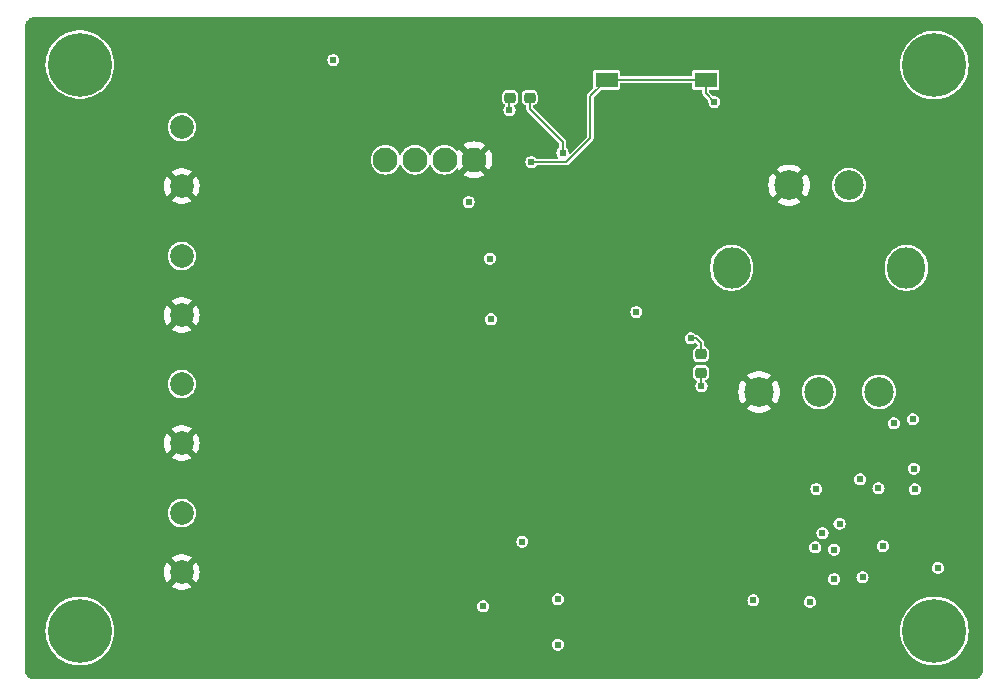
<source format=gbl>
G04 #@! TF.GenerationSoftware,KiCad,Pcbnew,7.0.9*
G04 #@! TF.CreationDate,2024-10-07T21:29:26-04:00*
G04 #@! TF.ProjectId,T12 soldering station V12,54313220-736f-46c6-9465-72696e672073,rev?*
G04 #@! TF.SameCoordinates,Original*
G04 #@! TF.FileFunction,Copper,L4,Bot*
G04 #@! TF.FilePolarity,Positive*
%FSLAX46Y46*%
G04 Gerber Fmt 4.6, Leading zero omitted, Abs format (unit mm)*
G04 Created by KiCad (PCBNEW 7.0.9) date 2024-10-07 21:29:26*
%MOMM*%
%LPD*%
G01*
G04 APERTURE LIST*
G04 Aperture macros list*
%AMRoundRect*
0 Rectangle with rounded corners*
0 $1 Rounding radius*
0 $2 $3 $4 $5 $6 $7 $8 $9 X,Y pos of 4 corners*
0 Add a 4 corners polygon primitive as box body*
4,1,4,$2,$3,$4,$5,$6,$7,$8,$9,$2,$3,0*
0 Add four circle primitives for the rounded corners*
1,1,$1+$1,$2,$3*
1,1,$1+$1,$4,$5*
1,1,$1+$1,$6,$7*
1,1,$1+$1,$8,$9*
0 Add four rect primitives between the rounded corners*
20,1,$1+$1,$2,$3,$4,$5,0*
20,1,$1+$1,$4,$5,$6,$7,0*
20,1,$1+$1,$6,$7,$8,$9,0*
20,1,$1+$1,$8,$9,$2,$3,0*%
G04 Aperture macros list end*
G04 #@! TA.AperFunction,ComponentPad*
%ADD10C,3.100000*%
G04 #@! TD*
G04 #@! TA.AperFunction,ConnectorPad*
%ADD11C,5.400000*%
G04 #@! TD*
G04 #@! TA.AperFunction,ComponentPad*
%ADD12C,2.000000*%
G04 #@! TD*
G04 #@! TA.AperFunction,ComponentPad*
%ADD13O,3.200000X3.500000*%
G04 #@! TD*
G04 #@! TA.AperFunction,ComponentPad*
%ADD14C,2.500000*%
G04 #@! TD*
G04 #@! TA.AperFunction,ComponentPad*
%ADD15C,2.100000*%
G04 #@! TD*
G04 #@! TA.AperFunction,SMDPad,CuDef*
%ADD16RoundRect,0.218750X-0.256250X0.218750X-0.256250X-0.218750X0.256250X-0.218750X0.256250X0.218750X0*%
G04 #@! TD*
G04 #@! TA.AperFunction,SMDPad,CuDef*
%ADD17R,1.900000X1.300000*%
G04 #@! TD*
G04 #@! TA.AperFunction,ViaPad*
%ADD18C,0.609600*%
G04 #@! TD*
G04 #@! TA.AperFunction,ViaPad*
%ADD19C,0.914400*%
G04 #@! TD*
G04 #@! TA.AperFunction,ViaPad*
%ADD20C,0.800000*%
G04 #@! TD*
G04 #@! TA.AperFunction,Conductor*
%ADD21C,0.762000*%
G04 #@! TD*
G04 #@! TA.AperFunction,Conductor*
%ADD22C,0.203200*%
G04 #@! TD*
G04 #@! TA.AperFunction,Conductor*
%ADD23C,0.152400*%
G04 #@! TD*
G04 APERTURE END LIST*
D10*
X129235200Y-139776200D03*
D11*
X129235200Y-139776200D03*
D10*
X129235200Y-91871800D03*
D11*
X129235200Y-91871800D03*
D12*
X65532000Y-118872000D03*
X65532000Y-123872000D03*
X65532000Y-108030000D03*
X65532000Y-113030000D03*
D10*
X56896000Y-139776200D03*
D11*
X56896000Y-139776200D03*
D10*
X56896000Y-91821000D03*
D11*
X56896000Y-91821000D03*
D12*
X65532000Y-129794000D03*
X65532000Y-134794000D03*
X65532000Y-97108000D03*
X65532000Y-102108000D03*
D13*
X126881600Y-109032400D03*
X112081600Y-109032400D03*
D14*
X124561600Y-119532400D03*
X119481600Y-119532400D03*
X114401600Y-119532400D03*
X122021600Y-102032400D03*
X116941600Y-102032400D03*
D15*
X90275000Y-99875000D03*
X87775000Y-99875000D03*
X85275000Y-99875000D03*
X82775000Y-99875000D03*
D16*
X94970600Y-93040100D03*
X94970600Y-94615100D03*
X93345000Y-93040100D03*
X93345000Y-94615100D03*
D17*
X109889400Y-93101600D03*
X101489400Y-93101600D03*
X109889400Y-97601600D03*
X101489400Y-97601600D03*
D16*
X109479400Y-116346500D03*
X109479400Y-117921500D03*
D18*
X119161800Y-132700000D03*
X104013000Y-112776000D03*
X85598000Y-120396000D03*
X84455000Y-126492000D03*
X82296000Y-129794000D03*
X86614000Y-120396000D03*
X128258514Y-127166088D03*
D19*
X95823200Y-140936300D03*
X106730800Y-109575600D03*
D18*
X84455000Y-125476000D03*
X102108000Y-127000000D03*
D19*
X71450200Y-92202000D03*
D18*
X83312000Y-129794000D03*
X92456000Y-116586000D03*
X92457015Y-95710792D03*
D19*
X98871200Y-140936300D03*
X93345000Y-91897200D03*
D18*
X84455000Y-130937000D03*
X89154000Y-103936303D03*
X82296000Y-128778000D03*
X91694000Y-116586000D03*
D19*
X78613000Y-116205000D03*
D18*
X82296000Y-126492000D03*
X104013000Y-113588303D03*
X83312000Y-125476000D03*
X113207222Y-136585981D03*
D19*
X111175800Y-134823200D03*
D18*
X128193800Y-125323600D03*
X90221297Y-137692900D03*
D19*
X116116100Y-127825500D03*
D18*
X85598000Y-127635000D03*
X84455000Y-128778000D03*
X120592283Y-132098383D03*
X84455000Y-121412000D03*
X83566000Y-132715000D03*
X85598000Y-124460000D03*
X109524800Y-119862103D03*
D19*
X74041000Y-99568000D03*
D18*
X86741000Y-124460000D03*
X83566000Y-136906000D03*
X105156000Y-123952000D03*
D19*
X79654400Y-99009200D03*
D18*
X81280000Y-124460000D03*
X109046505Y-114300492D03*
X127723399Y-122601959D03*
X85598000Y-128778000D03*
X84455000Y-133604000D03*
X85598000Y-121412000D03*
X98602800Y-98552000D03*
D20*
X88188800Y-106756200D03*
D19*
X127702200Y-129026000D03*
D18*
X83312000Y-128778000D03*
X91668600Y-111531400D03*
X102108000Y-123952000D03*
D19*
X130623200Y-130372200D03*
D18*
X82296000Y-127635000D03*
X86360000Y-114808000D03*
X84455000Y-127635000D03*
X83312000Y-123444000D03*
X98166191Y-137167385D03*
X83312000Y-127635000D03*
D19*
X94970600Y-91948000D03*
D18*
X83312000Y-124460000D03*
X85598000Y-123444000D03*
X96012000Y-117856000D03*
X82296000Y-123444000D03*
X130352303Y-134442200D03*
D19*
X85140800Y-91617300D03*
D18*
X84455000Y-122428000D03*
X83566000Y-133604000D03*
X84455000Y-129794000D03*
X118379298Y-133370502D03*
X105156000Y-127000000D03*
X84455000Y-136906000D03*
X86360000Y-115570000D03*
X92583000Y-114020900D03*
X108049525Y-114300000D03*
X83566000Y-130937000D03*
X84455000Y-131826000D03*
X88646000Y-112395000D03*
X119357825Y-137921500D03*
X86741000Y-122428000D03*
X86360000Y-116332000D03*
D19*
X108458000Y-138938000D03*
D18*
X123086365Y-136038392D03*
X123342400Y-127659900D03*
X82296000Y-124460000D03*
X126221435Y-121505073D03*
X88138000Y-110617000D03*
X85598000Y-122428000D03*
X94310697Y-100076000D03*
X123901700Y-128285585D03*
X95250000Y-117856000D03*
X96780215Y-141543189D03*
D20*
X94030800Y-138988800D03*
D18*
X84455000Y-124460000D03*
X86741000Y-123444000D03*
D19*
X101523800Y-95986600D03*
D18*
X88900000Y-111506000D03*
X86741000Y-129794000D03*
X92429502Y-108223580D03*
D19*
X100076000Y-136194800D03*
D18*
X86360000Y-114046000D03*
X82296000Y-125476000D03*
X83312000Y-126492000D03*
X103632000Y-125476000D03*
X83566000Y-131826000D03*
X109726793Y-94967191D03*
D19*
X71374000Y-95377000D03*
D18*
X125544302Y-133370502D03*
X86741000Y-126492000D03*
X84455000Y-123444000D03*
X86741000Y-125476000D03*
D19*
X85229200Y-97015800D03*
X111607600Y-97561400D03*
D18*
X119404900Y-126960749D03*
X119941690Y-135444300D03*
D19*
X77673200Y-97459800D03*
X112331200Y-125031800D03*
D18*
X120700800Y-131368800D03*
X81280000Y-123444000D03*
D19*
X107924600Y-119278400D03*
D18*
X85598000Y-125476000D03*
X92583000Y-112751900D03*
X79169239Y-91497874D03*
X85598000Y-129794000D03*
X86741000Y-127635000D03*
X85598000Y-126492000D03*
X84455000Y-132715000D03*
D19*
X108864400Y-134188200D03*
D18*
X86614000Y-121412000D03*
X87757000Y-113284000D03*
X93550761Y-132264874D03*
X86741000Y-128778000D03*
D19*
X130470800Y-131845400D03*
X119088200Y-130188000D03*
D18*
X91708000Y-113386400D03*
X94361000Y-132207000D03*
X127508000Y-126034800D03*
X91617800Y-108254800D03*
X97358200Y-137083800D03*
X93268800Y-95681800D03*
X97764600Y-99288600D03*
X108610400Y-114985800D03*
X109524800Y-119049800D03*
X119253000Y-127762000D03*
X91033600Y-137692900D03*
X123161800Y-135229600D03*
X129540000Y-134442200D03*
X118694200Y-137312400D03*
X124888330Y-132588000D03*
X122955269Y-126945782D03*
X113919000Y-137180500D03*
X110617000Y-94996000D03*
X95123000Y-100076000D03*
X125815435Y-122208635D03*
X127431800Y-121843800D03*
X97358200Y-140944600D03*
X124510800Y-127711200D03*
X120751600Y-135382000D03*
X89811216Y-103458912D03*
X127584200Y-127788000D03*
X78359000Y-91440000D03*
X120761800Y-132892800D03*
X121218020Y-130708400D03*
X119770900Y-131495800D03*
D21*
X109929600Y-97561400D02*
X109889400Y-97601600D01*
D22*
X94792900Y-93344900D02*
X94843600Y-93294200D01*
D21*
X111607600Y-97561400D02*
X109929600Y-97561400D01*
X101523800Y-97567200D02*
X101489400Y-97601600D01*
X101523800Y-95986600D02*
X101523800Y-97567200D01*
X93345000Y-93040100D02*
X93345000Y-91897200D01*
X94970600Y-93040100D02*
X94970600Y-91948000D01*
D23*
X93268800Y-95681800D02*
X93268800Y-94691300D01*
X93268800Y-94691300D02*
X93345000Y-94615100D01*
X97764600Y-98348800D02*
X94970600Y-95554800D01*
X94970600Y-95554800D02*
X94970600Y-94615100D01*
X97764600Y-99288600D02*
X97764600Y-98348800D01*
X109479400Y-115397600D02*
X109479400Y-116346500D01*
X109067600Y-114985800D02*
X109479400Y-115397600D01*
X108610400Y-114985800D02*
X109067600Y-114985800D01*
X109524800Y-119049800D02*
X109524800Y-117966900D01*
X109524800Y-117966900D02*
X109479400Y-117921500D01*
X101489400Y-93101600D02*
X109889400Y-93101600D01*
X109889400Y-93101600D02*
X109889400Y-94268400D01*
X98099122Y-100076000D02*
X100116200Y-98058922D01*
X95123000Y-100076000D02*
X98099122Y-100076000D01*
X109889400Y-94268400D02*
X110617000Y-94996000D01*
X100116200Y-94474800D02*
X101489400Y-93101600D01*
X100116200Y-98058922D02*
X100116200Y-94474800D01*
G04 #@! TA.AperFunction,Conductor*
G36*
X132547181Y-87789267D02*
G01*
X132599217Y-87794643D01*
X132695437Y-87804586D01*
X132715671Y-87808813D01*
X132850229Y-87851752D01*
X132869178Y-87860030D01*
X132992111Y-87929576D01*
X133008969Y-87941555D01*
X133115085Y-88034770D01*
X133129135Y-88049941D01*
X133213945Y-88162881D01*
X133224598Y-88180607D01*
X133284523Y-88308505D01*
X133291326Y-88328034D01*
X133323832Y-88465484D01*
X133326497Y-88485993D01*
X133330121Y-88623812D01*
X133329880Y-88629467D01*
X133329883Y-88643440D01*
X133329736Y-88647301D01*
X133327380Y-88677974D01*
X133328563Y-88687809D01*
X133327704Y-88687912D01*
X133329896Y-88701670D01*
X133342620Y-143092942D01*
X133342377Y-143097888D01*
X133328444Y-143239323D01*
X133324597Y-143258665D01*
X133285493Y-143387566D01*
X133277946Y-143405785D01*
X133214450Y-143524577D01*
X133203493Y-143540975D01*
X133118040Y-143645098D01*
X133104096Y-143659042D01*
X132999973Y-143744494D01*
X132983576Y-143755450D01*
X132864784Y-143818946D01*
X132846565Y-143826493D01*
X132717664Y-143865597D01*
X132698323Y-143869444D01*
X132642116Y-143874981D01*
X132556863Y-143883379D01*
X132551947Y-143883621D01*
X53035253Y-143883621D01*
X53030336Y-143883379D01*
X52939254Y-143874407D01*
X52888876Y-143869444D01*
X52869535Y-143865597D01*
X52740634Y-143826493D01*
X52722416Y-143818946D01*
X52603621Y-143755449D01*
X52587223Y-143744492D01*
X52483101Y-143659040D01*
X52469158Y-143645097D01*
X52394699Y-143554370D01*
X52383705Y-143540974D01*
X52372750Y-143524578D01*
X52309253Y-143405783D01*
X52301706Y-143387565D01*
X52286274Y-143336697D01*
X52262601Y-143258661D01*
X52258755Y-143239322D01*
X52246838Y-143118351D01*
X52244820Y-143097864D01*
X52244579Y-143092947D01*
X52244579Y-139776200D01*
X53987379Y-139776200D01*
X54007045Y-140113864D01*
X54065781Y-140446975D01*
X54162789Y-140771005D01*
X54296764Y-141081593D01*
X54296767Y-141081598D01*
X54465884Y-141374515D01*
X54667868Y-141645827D01*
X54899989Y-141891860D01*
X55159080Y-142109263D01*
X55159084Y-142109265D01*
X55159092Y-142109272D01*
X55441689Y-142295140D01*
X55743954Y-142446943D01*
X55743961Y-142446945D01*
X55743962Y-142446946D01*
X56061789Y-142562625D01*
X56061791Y-142562625D01*
X56061798Y-142562628D01*
X56390923Y-142640633D01*
X56614893Y-142666811D01*
X56726878Y-142679900D01*
X56726879Y-142679900D01*
X57065122Y-142679900D01*
X57149110Y-142670083D01*
X57401077Y-142640633D01*
X57730202Y-142562628D01*
X58048046Y-142446943D01*
X58350311Y-142295140D01*
X58632908Y-142109272D01*
X58892017Y-141891854D01*
X59124133Y-141645826D01*
X59326117Y-141374513D01*
X59495239Y-141081587D01*
X59554329Y-140944600D01*
X96844471Y-140944600D01*
X96865280Y-141089333D01*
X96926022Y-141222340D01*
X96926023Y-141222341D01*
X96926024Y-141222343D01*
X97021779Y-141332850D01*
X97144789Y-141411904D01*
X97285089Y-141453100D01*
X97431311Y-141453100D01*
X97571611Y-141411904D01*
X97694621Y-141332850D01*
X97790376Y-141222343D01*
X97851119Y-141089334D01*
X97871929Y-140944600D01*
X97851119Y-140799866D01*
X97790376Y-140666857D01*
X97694621Y-140556350D01*
X97633116Y-140516823D01*
X97571610Y-140477295D01*
X97431311Y-140436100D01*
X97285089Y-140436100D01*
X97144790Y-140477295D01*
X97144789Y-140477295D01*
X97021777Y-140556351D01*
X96926022Y-140666859D01*
X96865280Y-140799866D01*
X96844471Y-140944600D01*
X59554329Y-140944600D01*
X59629210Y-140771007D01*
X59726219Y-140446974D01*
X59784954Y-140113870D01*
X59804621Y-139776200D01*
X126326579Y-139776200D01*
X126346245Y-140113864D01*
X126404981Y-140446975D01*
X126501989Y-140771005D01*
X126635964Y-141081593D01*
X126635967Y-141081598D01*
X126805084Y-141374515D01*
X127007068Y-141645827D01*
X127239189Y-141891860D01*
X127498280Y-142109263D01*
X127498284Y-142109265D01*
X127498292Y-142109272D01*
X127780889Y-142295140D01*
X128083154Y-142446943D01*
X128083161Y-142446945D01*
X128083162Y-142446946D01*
X128400989Y-142562625D01*
X128400991Y-142562625D01*
X128400998Y-142562628D01*
X128730123Y-142640633D01*
X128954093Y-142666811D01*
X129066078Y-142679900D01*
X129066079Y-142679900D01*
X129404322Y-142679900D01*
X129488310Y-142670083D01*
X129740277Y-142640633D01*
X130069402Y-142562628D01*
X130387246Y-142446943D01*
X130689511Y-142295140D01*
X130972108Y-142109272D01*
X131231217Y-141891854D01*
X131463333Y-141645826D01*
X131665317Y-141374513D01*
X131834439Y-141081587D01*
X131968410Y-140771007D01*
X132065419Y-140446974D01*
X132124154Y-140113870D01*
X132143821Y-139776200D01*
X132124154Y-139438530D01*
X132065419Y-139105426D01*
X131968410Y-138781393D01*
X131834439Y-138470813D01*
X131665317Y-138177887D01*
X131463333Y-137906574D01*
X131231217Y-137660546D01*
X131231215Y-137660544D01*
X131231210Y-137660539D01*
X130972119Y-137443136D01*
X130972114Y-137443133D01*
X130972113Y-137443132D01*
X130972108Y-137443128D01*
X130689511Y-137257260D01*
X130387246Y-137105457D01*
X130387242Y-137105455D01*
X130387239Y-137105454D01*
X130387237Y-137105453D01*
X130069410Y-136989774D01*
X130069394Y-136989770D01*
X129740283Y-136911768D01*
X129740274Y-136911766D01*
X129404322Y-136872500D01*
X129404321Y-136872500D01*
X129066079Y-136872500D01*
X129066078Y-136872500D01*
X128730125Y-136911766D01*
X128730116Y-136911768D01*
X128401005Y-136989770D01*
X128400989Y-136989774D01*
X128083162Y-137105453D01*
X128083160Y-137105454D01*
X127780892Y-137257258D01*
X127780889Y-137257260D01*
X127498292Y-137443128D01*
X127498289Y-137443129D01*
X127498285Y-137443133D01*
X127498280Y-137443136D01*
X127239189Y-137660539D01*
X127007068Y-137906572D01*
X126805084Y-138177884D01*
X126635967Y-138470801D01*
X126635964Y-138470806D01*
X126501989Y-138781394D01*
X126404981Y-139105424D01*
X126346245Y-139438535D01*
X126326579Y-139776200D01*
X59804621Y-139776200D01*
X59784954Y-139438530D01*
X59726219Y-139105426D01*
X59629210Y-138781393D01*
X59495239Y-138470813D01*
X59326117Y-138177887D01*
X59124133Y-137906574D01*
X58922541Y-137692900D01*
X90519871Y-137692900D01*
X90540680Y-137837633D01*
X90601422Y-137970640D01*
X90601423Y-137970641D01*
X90601424Y-137970643D01*
X90697179Y-138081150D01*
X90820189Y-138160204D01*
X90960489Y-138201400D01*
X91106711Y-138201400D01*
X91247011Y-138160204D01*
X91370021Y-138081150D01*
X91465776Y-137970643D01*
X91526519Y-137837634D01*
X91547329Y-137692900D01*
X91526519Y-137548166D01*
X91465776Y-137415157D01*
X91370021Y-137304650D01*
X91251583Y-137228534D01*
X91247010Y-137225595D01*
X91106711Y-137184400D01*
X90960489Y-137184400D01*
X90820190Y-137225595D01*
X90820189Y-137225595D01*
X90697177Y-137304651D01*
X90601422Y-137415159D01*
X90540680Y-137548166D01*
X90519871Y-137692900D01*
X58922541Y-137692900D01*
X58892017Y-137660546D01*
X58892015Y-137660544D01*
X58892010Y-137660539D01*
X58632919Y-137443136D01*
X58632914Y-137443133D01*
X58632913Y-137443132D01*
X58632908Y-137443128D01*
X58350311Y-137257260D01*
X58048046Y-137105457D01*
X58048042Y-137105455D01*
X58048039Y-137105454D01*
X58048037Y-137105453D01*
X57988546Y-137083800D01*
X96844471Y-137083800D01*
X96865280Y-137228533D01*
X96926022Y-137361540D01*
X96926023Y-137361541D01*
X96926024Y-137361543D01*
X96972481Y-137415157D01*
X97009812Y-137458240D01*
X97021779Y-137472050D01*
X97144789Y-137551104D01*
X97285089Y-137592300D01*
X97431311Y-137592300D01*
X97571611Y-137551104D01*
X97694621Y-137472050D01*
X97790376Y-137361543D01*
X97851119Y-137228534D01*
X97858025Y-137180500D01*
X113405271Y-137180500D01*
X113426080Y-137325233D01*
X113486822Y-137458240D01*
X113486823Y-137458241D01*
X113486824Y-137458243D01*
X113582579Y-137568750D01*
X113705589Y-137647804D01*
X113845889Y-137689000D01*
X113992111Y-137689000D01*
X114132411Y-137647804D01*
X114255421Y-137568750D01*
X114351176Y-137458243D01*
X114411919Y-137325234D01*
X114413764Y-137312400D01*
X118180471Y-137312400D01*
X118201280Y-137457133D01*
X118262022Y-137590140D01*
X118262023Y-137590141D01*
X118262024Y-137590143D01*
X118311988Y-137647804D01*
X118351063Y-137692900D01*
X118357779Y-137700650D01*
X118480789Y-137779704D01*
X118621089Y-137820900D01*
X118767311Y-137820900D01*
X118907611Y-137779704D01*
X119030621Y-137700650D01*
X119126376Y-137590143D01*
X119187119Y-137457134D01*
X119207929Y-137312400D01*
X119187119Y-137167666D01*
X119148819Y-137083800D01*
X119126377Y-137034659D01*
X119126376Y-137034658D01*
X119126376Y-137034657D01*
X119030621Y-136924150D01*
X118950252Y-136872500D01*
X118907610Y-136845095D01*
X118767311Y-136803900D01*
X118621089Y-136803900D01*
X118480790Y-136845095D01*
X118480789Y-136845095D01*
X118357777Y-136924151D01*
X118262022Y-137034659D01*
X118201280Y-137167666D01*
X118180471Y-137312400D01*
X114413764Y-137312400D01*
X114432729Y-137180500D01*
X114411919Y-137035766D01*
X114351176Y-136902757D01*
X114255421Y-136792250D01*
X114193916Y-136752723D01*
X114132410Y-136713195D01*
X113992111Y-136672000D01*
X113845889Y-136672000D01*
X113705590Y-136713195D01*
X113705589Y-136713195D01*
X113582577Y-136792251D01*
X113486822Y-136902759D01*
X113426080Y-137035766D01*
X113405271Y-137180500D01*
X97858025Y-137180500D01*
X97871929Y-137083800D01*
X97851119Y-136939066D01*
X97820719Y-136872500D01*
X97790377Y-136806059D01*
X97790376Y-136806058D01*
X97790376Y-136806057D01*
X97694621Y-136695550D01*
X97633116Y-136656023D01*
X97571610Y-136616495D01*
X97431311Y-136575300D01*
X97285089Y-136575300D01*
X97144790Y-136616495D01*
X97144789Y-136616495D01*
X97021777Y-136695551D01*
X96926022Y-136806059D01*
X96865280Y-136939066D01*
X96844471Y-137083800D01*
X57988546Y-137083800D01*
X57730210Y-136989774D01*
X57730194Y-136989770D01*
X57401083Y-136911768D01*
X57401074Y-136911766D01*
X57065122Y-136872500D01*
X57065121Y-136872500D01*
X56726879Y-136872500D01*
X56726878Y-136872500D01*
X56390925Y-136911766D01*
X56390916Y-136911768D01*
X56061805Y-136989770D01*
X56061789Y-136989774D01*
X55743962Y-137105453D01*
X55743960Y-137105454D01*
X55441692Y-137257258D01*
X55441689Y-137257260D01*
X55159092Y-137443128D01*
X55159089Y-137443129D01*
X55159085Y-137443133D01*
X55159080Y-137443136D01*
X54899989Y-137660539D01*
X54667868Y-137906572D01*
X54465884Y-138177884D01*
X54296767Y-138470801D01*
X54296764Y-138470806D01*
X54162789Y-138781394D01*
X54065781Y-139105424D01*
X54007045Y-139438535D01*
X53987379Y-139776200D01*
X52244579Y-139776200D01*
X52244579Y-134794005D01*
X64026859Y-134794005D01*
X64047385Y-135041731D01*
X64108413Y-135282720D01*
X64208269Y-135510371D01*
X64308563Y-135663881D01*
X64969265Y-135003179D01*
X65007946Y-135096562D01*
X65104112Y-135221888D01*
X65229438Y-135318054D01*
X65322818Y-135356733D01*
X64661942Y-136017609D01*
X64661942Y-136017611D01*
X64708763Y-136054052D01*
X64927391Y-136172367D01*
X64927392Y-136172368D01*
X65162510Y-136253083D01*
X65407700Y-136293999D01*
X65407710Y-136294000D01*
X65656290Y-136294000D01*
X65656299Y-136293999D01*
X65901489Y-136253083D01*
X66136607Y-136172368D01*
X66136608Y-136172367D01*
X66355226Y-136054058D01*
X66402056Y-136017609D01*
X65741180Y-135356733D01*
X65834562Y-135318054D01*
X65959888Y-135221888D01*
X66056054Y-135096563D01*
X66094733Y-135003180D01*
X66755434Y-135663881D01*
X66855729Y-135510373D01*
X66912038Y-135382000D01*
X120237871Y-135382000D01*
X120258680Y-135526733D01*
X120319422Y-135659740D01*
X120319423Y-135659741D01*
X120319424Y-135659743D01*
X120415179Y-135770250D01*
X120538189Y-135849304D01*
X120678489Y-135890500D01*
X120824711Y-135890500D01*
X120965011Y-135849304D01*
X121088021Y-135770250D01*
X121183776Y-135659743D01*
X121244519Y-135526734D01*
X121265329Y-135382000D01*
X121244519Y-135237266D01*
X121241018Y-135229600D01*
X122648071Y-135229600D01*
X122668880Y-135374333D01*
X122729622Y-135507340D01*
X122729623Y-135507341D01*
X122729624Y-135507343D01*
X122825379Y-135617850D01*
X122948389Y-135696904D01*
X123088689Y-135738100D01*
X123234911Y-135738100D01*
X123375211Y-135696904D01*
X123498221Y-135617850D01*
X123593976Y-135507343D01*
X123654719Y-135374334D01*
X123675529Y-135229600D01*
X123654719Y-135084866D01*
X123593976Y-134951857D01*
X123498221Y-134841350D01*
X123424534Y-134793994D01*
X123375210Y-134762295D01*
X123234911Y-134721100D01*
X123088689Y-134721100D01*
X122948390Y-134762295D01*
X122948389Y-134762295D01*
X122825377Y-134841351D01*
X122729622Y-134951859D01*
X122668880Y-135084866D01*
X122648071Y-135229600D01*
X121241018Y-135229600D01*
X121183776Y-135104257D01*
X121088021Y-134993750D01*
X121020907Y-134950618D01*
X120965010Y-134914695D01*
X120824711Y-134873500D01*
X120678489Y-134873500D01*
X120538190Y-134914695D01*
X120538189Y-134914695D01*
X120415177Y-134993751D01*
X120319422Y-135104259D01*
X120258680Y-135237266D01*
X120237871Y-135382000D01*
X66912038Y-135382000D01*
X66955586Y-135282720D01*
X67016614Y-135041731D01*
X67037141Y-134794005D01*
X67037141Y-134793994D01*
X67016614Y-134546268D01*
X66990260Y-134442200D01*
X129026271Y-134442200D01*
X129047080Y-134586933D01*
X129107822Y-134719940D01*
X129107823Y-134719941D01*
X129107824Y-134719943D01*
X129203579Y-134830450D01*
X129326589Y-134909504D01*
X129466889Y-134950700D01*
X129613111Y-134950700D01*
X129753411Y-134909504D01*
X129876421Y-134830450D01*
X129972176Y-134719943D01*
X130032919Y-134586934D01*
X130053729Y-134442200D01*
X130032919Y-134297466D01*
X129972176Y-134164457D01*
X129876421Y-134053950D01*
X129814916Y-134014423D01*
X129753410Y-133974895D01*
X129613111Y-133933700D01*
X129466889Y-133933700D01*
X129326590Y-133974895D01*
X129326589Y-133974895D01*
X129203577Y-134053951D01*
X129107822Y-134164459D01*
X129047080Y-134297466D01*
X129026271Y-134442200D01*
X66990260Y-134442200D01*
X66955586Y-134305279D01*
X66855730Y-134077628D01*
X66755435Y-133924116D01*
X66094733Y-134584818D01*
X66056054Y-134491438D01*
X65959888Y-134366112D01*
X65834562Y-134269946D01*
X65741179Y-134231265D01*
X66402056Y-133570388D01*
X66355236Y-133533947D01*
X66136608Y-133415632D01*
X66136607Y-133415631D01*
X65901489Y-133334916D01*
X65656299Y-133294000D01*
X65407700Y-133294000D01*
X65162510Y-133334916D01*
X64927392Y-133415631D01*
X64927391Y-133415632D01*
X64708771Y-133533942D01*
X64708763Y-133533948D01*
X64661942Y-133570388D01*
X64661942Y-133570389D01*
X65322819Y-134231266D01*
X65229438Y-134269946D01*
X65104112Y-134366112D01*
X65007946Y-134491437D01*
X64969266Y-134584819D01*
X64308563Y-133924117D01*
X64208269Y-134077628D01*
X64108413Y-134305279D01*
X64047385Y-134546268D01*
X64026859Y-134793994D01*
X64026859Y-134794005D01*
X52244579Y-134794005D01*
X52244579Y-132207000D01*
X93847271Y-132207000D01*
X93868080Y-132351733D01*
X93928822Y-132484740D01*
X93928823Y-132484741D01*
X93928824Y-132484743D01*
X94024579Y-132595250D01*
X94147589Y-132674304D01*
X94287889Y-132715500D01*
X94434111Y-132715500D01*
X94486899Y-132700000D01*
X118648071Y-132700000D01*
X118668880Y-132844733D01*
X118729622Y-132977740D01*
X118729623Y-132977741D01*
X118729624Y-132977743D01*
X118825379Y-133088250D01*
X118948389Y-133167304D01*
X119088689Y-133208500D01*
X119234911Y-133208500D01*
X119375211Y-133167304D01*
X119498221Y-133088250D01*
X119593976Y-132977743D01*
X119632768Y-132892800D01*
X120248071Y-132892800D01*
X120268880Y-133037533D01*
X120329622Y-133170540D01*
X120329623Y-133170541D01*
X120329624Y-133170543D01*
X120425379Y-133281050D01*
X120548389Y-133360104D01*
X120688689Y-133401300D01*
X120834911Y-133401300D01*
X120975211Y-133360104D01*
X121098221Y-133281050D01*
X121193976Y-133170543D01*
X121254719Y-133037534D01*
X121275529Y-132892800D01*
X121254719Y-132748066D01*
X121193976Y-132615057D01*
X121170531Y-132588000D01*
X124374601Y-132588000D01*
X124395410Y-132732733D01*
X124456152Y-132865740D01*
X124456153Y-132865741D01*
X124456154Y-132865743D01*
X124551909Y-132976250D01*
X124674919Y-133055304D01*
X124815219Y-133096500D01*
X124961441Y-133096500D01*
X125101741Y-133055304D01*
X125224751Y-132976250D01*
X125320506Y-132865743D01*
X125381249Y-132732734D01*
X125402059Y-132588000D01*
X125381249Y-132443266D01*
X125320506Y-132310257D01*
X125224751Y-132199750D01*
X125163246Y-132160223D01*
X125101740Y-132120695D01*
X124961441Y-132079500D01*
X124815219Y-132079500D01*
X124674920Y-132120695D01*
X124674919Y-132120695D01*
X124551907Y-132199751D01*
X124456152Y-132310259D01*
X124395410Y-132443266D01*
X124374601Y-132588000D01*
X121170531Y-132588000D01*
X121098221Y-132504550D01*
X121002862Y-132443266D01*
X120975210Y-132425495D01*
X120834911Y-132384300D01*
X120688689Y-132384300D01*
X120548390Y-132425495D01*
X120548389Y-132425495D01*
X120425377Y-132504551D01*
X120329622Y-132615059D01*
X120268880Y-132748066D01*
X120248071Y-132892800D01*
X119632768Y-132892800D01*
X119654719Y-132844734D01*
X119675529Y-132700000D01*
X119654719Y-132555266D01*
X119622511Y-132484740D01*
X119593977Y-132422259D01*
X119593976Y-132422258D01*
X119593976Y-132422257D01*
X119498221Y-132311750D01*
X119436716Y-132272223D01*
X119375210Y-132232695D01*
X119234911Y-132191500D01*
X119088689Y-132191500D01*
X118948390Y-132232695D01*
X118948389Y-132232695D01*
X118825377Y-132311751D01*
X118729622Y-132422259D01*
X118668880Y-132555266D01*
X118648071Y-132700000D01*
X94486899Y-132700000D01*
X94574411Y-132674304D01*
X94697421Y-132595250D01*
X94793176Y-132484743D01*
X94853919Y-132351734D01*
X94874729Y-132207000D01*
X94853919Y-132062266D01*
X94793176Y-131929257D01*
X94697421Y-131818750D01*
X94627073Y-131773540D01*
X94574410Y-131739695D01*
X94434111Y-131698500D01*
X94287889Y-131698500D01*
X94147590Y-131739695D01*
X94147589Y-131739695D01*
X94024577Y-131818751D01*
X93928822Y-131929259D01*
X93868080Y-132062266D01*
X93847271Y-132207000D01*
X52244579Y-132207000D01*
X52244579Y-131495800D01*
X119257171Y-131495800D01*
X119277980Y-131640533D01*
X119338722Y-131773540D01*
X119338723Y-131773541D01*
X119338724Y-131773543D01*
X119434479Y-131884050D01*
X119557489Y-131963104D01*
X119697789Y-132004300D01*
X119844011Y-132004300D01*
X119984311Y-131963104D01*
X120107321Y-131884050D01*
X120203076Y-131773543D01*
X120263819Y-131640534D01*
X120284629Y-131495800D01*
X120263819Y-131351066D01*
X120203076Y-131218057D01*
X120107321Y-131107550D01*
X120045816Y-131068023D01*
X119984310Y-131028495D01*
X119844011Y-130987300D01*
X119697789Y-130987300D01*
X119557490Y-131028495D01*
X119557489Y-131028495D01*
X119434477Y-131107551D01*
X119338722Y-131218059D01*
X119277980Y-131351066D01*
X119257171Y-131495800D01*
X52244579Y-131495800D01*
X52244579Y-129794000D01*
X64323143Y-129794000D01*
X64343725Y-130016126D01*
X64343726Y-130016129D01*
X64404774Y-130230691D01*
X64404775Y-130230693D01*
X64504206Y-130430376D01*
X64504207Y-130430377D01*
X64504209Y-130430381D01*
X64604861Y-130563666D01*
X64638644Y-130608402D01*
X64803491Y-130758681D01*
X64803495Y-130758684D01*
X64803501Y-130758689D01*
X64993166Y-130876124D01*
X65201181Y-130956710D01*
X65254995Y-130966769D01*
X65420459Y-130997700D01*
X65420461Y-130997700D01*
X65643540Y-130997700D01*
X65726271Y-130982234D01*
X65862819Y-130956710D01*
X66070834Y-130876124D01*
X66260499Y-130758689D01*
X66315663Y-130708400D01*
X120704291Y-130708400D01*
X120725100Y-130853133D01*
X120785842Y-130986140D01*
X120785843Y-130986141D01*
X120785844Y-130986143D01*
X120881599Y-131096650D01*
X121004609Y-131175704D01*
X121144909Y-131216900D01*
X121291131Y-131216900D01*
X121431431Y-131175704D01*
X121554441Y-131096650D01*
X121650196Y-130986143D01*
X121710939Y-130853134D01*
X121731749Y-130708400D01*
X121710939Y-130563666D01*
X121650196Y-130430657D01*
X121554441Y-130320150D01*
X121492936Y-130280623D01*
X121431430Y-130241095D01*
X121291131Y-130199900D01*
X121144909Y-130199900D01*
X121004610Y-130241095D01*
X121004609Y-130241095D01*
X120881597Y-130320151D01*
X120785842Y-130430659D01*
X120725100Y-130563666D01*
X120704291Y-130708400D01*
X66315663Y-130708400D01*
X66425356Y-130608402D01*
X66559791Y-130430381D01*
X66659226Y-130230690D01*
X66720274Y-130016127D01*
X66740857Y-129794000D01*
X66720274Y-129571873D01*
X66659226Y-129357310D01*
X66559791Y-129157619D01*
X66425356Y-128979598D01*
X66425355Y-128979597D01*
X66260508Y-128829318D01*
X66260503Y-128829314D01*
X66260499Y-128829311D01*
X66070834Y-128711876D01*
X66070830Y-128711874D01*
X65862817Y-128631289D01*
X65862812Y-128631288D01*
X65643541Y-128590300D01*
X65643539Y-128590300D01*
X65420461Y-128590300D01*
X65420459Y-128590300D01*
X65201187Y-128631288D01*
X65201182Y-128631289D01*
X64993169Y-128711874D01*
X64993165Y-128711876D01*
X64875730Y-128784588D01*
X64803501Y-128829311D01*
X64803500Y-128829312D01*
X64803491Y-128829318D01*
X64638644Y-128979597D01*
X64581474Y-129055302D01*
X64504209Y-129157619D01*
X64504207Y-129157623D01*
X64504206Y-129157623D01*
X64404775Y-129357306D01*
X64404774Y-129357308D01*
X64343726Y-129571870D01*
X64343725Y-129571873D01*
X64323143Y-129794000D01*
X52244579Y-129794000D01*
X52244579Y-127762000D01*
X118739271Y-127762000D01*
X118760080Y-127906733D01*
X118820822Y-128039740D01*
X118820823Y-128039741D01*
X118820824Y-128039743D01*
X118916579Y-128150250D01*
X119039589Y-128229304D01*
X119179889Y-128270500D01*
X119326111Y-128270500D01*
X119466411Y-128229304D01*
X119589421Y-128150250D01*
X119685176Y-128039743D01*
X119745919Y-127906734D01*
X119766729Y-127762000D01*
X119759425Y-127711200D01*
X123997071Y-127711200D01*
X124017880Y-127855933D01*
X124078622Y-127988940D01*
X124078623Y-127988941D01*
X124078624Y-127988943D01*
X124174379Y-128099450D01*
X124297389Y-128178504D01*
X124437689Y-128219700D01*
X124583911Y-128219700D01*
X124724211Y-128178504D01*
X124847221Y-128099450D01*
X124942976Y-127988943D01*
X125003719Y-127855934D01*
X125013487Y-127788000D01*
X127070471Y-127788000D01*
X127091280Y-127932733D01*
X127152022Y-128065740D01*
X127152023Y-128065741D01*
X127152024Y-128065743D01*
X127247779Y-128176250D01*
X127370789Y-128255304D01*
X127511089Y-128296500D01*
X127657311Y-128296500D01*
X127797611Y-128255304D01*
X127920621Y-128176250D01*
X128016376Y-128065743D01*
X128077119Y-127932734D01*
X128097929Y-127788000D01*
X128077119Y-127643266D01*
X128016376Y-127510257D01*
X127920621Y-127399750D01*
X127859116Y-127360223D01*
X127797610Y-127320695D01*
X127657311Y-127279500D01*
X127511089Y-127279500D01*
X127370790Y-127320695D01*
X127370789Y-127320695D01*
X127247777Y-127399751D01*
X127152022Y-127510259D01*
X127091280Y-127643266D01*
X127070471Y-127788000D01*
X125013487Y-127788000D01*
X125024529Y-127711200D01*
X125003719Y-127566466D01*
X124966176Y-127484257D01*
X124942977Y-127433459D01*
X124942976Y-127433458D01*
X124942976Y-127433457D01*
X124847221Y-127322950D01*
X124739155Y-127253500D01*
X124724210Y-127243895D01*
X124583911Y-127202700D01*
X124437689Y-127202700D01*
X124297390Y-127243895D01*
X124297389Y-127243895D01*
X124174377Y-127322951D01*
X124078622Y-127433459D01*
X124017880Y-127566466D01*
X123997071Y-127711200D01*
X119759425Y-127711200D01*
X119745919Y-127617266D01*
X119685177Y-127484259D01*
X119685176Y-127484258D01*
X119685176Y-127484257D01*
X119589421Y-127373750D01*
X119527616Y-127334030D01*
X119466410Y-127294695D01*
X119326111Y-127253500D01*
X119179889Y-127253500D01*
X119039590Y-127294695D01*
X119039589Y-127294695D01*
X118916577Y-127373751D01*
X118820822Y-127484259D01*
X118760080Y-127617266D01*
X118739271Y-127762000D01*
X52244579Y-127762000D01*
X52244579Y-126945782D01*
X122441540Y-126945782D01*
X122462349Y-127090515D01*
X122523091Y-127223522D01*
X122523092Y-127223523D01*
X122523093Y-127223525D01*
X122618848Y-127334032D01*
X122741858Y-127413086D01*
X122882158Y-127454282D01*
X123028380Y-127454282D01*
X123168680Y-127413086D01*
X123291690Y-127334032D01*
X123387445Y-127223525D01*
X123448188Y-127090516D01*
X123468998Y-126945782D01*
X123448188Y-126801048D01*
X123387445Y-126668039D01*
X123291690Y-126557532D01*
X123205443Y-126502104D01*
X123168679Y-126478477D01*
X123028380Y-126437282D01*
X122882158Y-126437282D01*
X122741859Y-126478477D01*
X122741858Y-126478477D01*
X122618846Y-126557533D01*
X122523091Y-126668041D01*
X122462349Y-126801048D01*
X122441540Y-126945782D01*
X52244579Y-126945782D01*
X52244579Y-126034800D01*
X126994271Y-126034800D01*
X127015080Y-126179533D01*
X127075822Y-126312540D01*
X127075823Y-126312541D01*
X127075824Y-126312543D01*
X127171579Y-126423050D01*
X127294589Y-126502104D01*
X127434889Y-126543300D01*
X127581111Y-126543300D01*
X127721411Y-126502104D01*
X127844421Y-126423050D01*
X127940176Y-126312543D01*
X128000919Y-126179534D01*
X128021729Y-126034800D01*
X128000919Y-125890066D01*
X127940176Y-125757057D01*
X127844421Y-125646550D01*
X127782916Y-125607023D01*
X127721410Y-125567495D01*
X127581111Y-125526300D01*
X127434889Y-125526300D01*
X127294590Y-125567495D01*
X127294589Y-125567495D01*
X127171577Y-125646551D01*
X127075822Y-125757059D01*
X127015080Y-125890066D01*
X126994271Y-126034800D01*
X52244579Y-126034800D01*
X52244579Y-123872005D01*
X64026859Y-123872005D01*
X64047385Y-124119731D01*
X64108413Y-124360720D01*
X64208269Y-124588371D01*
X64308563Y-124741881D01*
X64969265Y-124081179D01*
X65007946Y-124174562D01*
X65104112Y-124299888D01*
X65229438Y-124396054D01*
X65322818Y-124434733D01*
X64661942Y-125095609D01*
X64661942Y-125095611D01*
X64708763Y-125132052D01*
X64927391Y-125250367D01*
X64927392Y-125250368D01*
X65162510Y-125331083D01*
X65407700Y-125371999D01*
X65407710Y-125372000D01*
X65656290Y-125372000D01*
X65656299Y-125371999D01*
X65901489Y-125331083D01*
X66136607Y-125250368D01*
X66136608Y-125250367D01*
X66355226Y-125132058D01*
X66402056Y-125095609D01*
X65741180Y-124434733D01*
X65834562Y-124396054D01*
X65959888Y-124299888D01*
X66056054Y-124174563D01*
X66094733Y-124081180D01*
X66755434Y-124741881D01*
X66855729Y-124588373D01*
X66955586Y-124360720D01*
X67016614Y-124119731D01*
X67037141Y-123872005D01*
X67037141Y-123871994D01*
X67016614Y-123624268D01*
X66955586Y-123383279D01*
X66855730Y-123155628D01*
X66755435Y-123002116D01*
X66094733Y-123662818D01*
X66056054Y-123569438D01*
X65959888Y-123444112D01*
X65834562Y-123347946D01*
X65741179Y-123309265D01*
X66402056Y-122648388D01*
X66355236Y-122611947D01*
X66136608Y-122493632D01*
X66136607Y-122493631D01*
X65901489Y-122412916D01*
X65656299Y-122372000D01*
X65407700Y-122372000D01*
X65162510Y-122412916D01*
X64927392Y-122493631D01*
X64927391Y-122493632D01*
X64708771Y-122611942D01*
X64708763Y-122611948D01*
X64661942Y-122648388D01*
X64661942Y-122648389D01*
X65322819Y-123309266D01*
X65229438Y-123347946D01*
X65104112Y-123444112D01*
X65007946Y-123569437D01*
X64969266Y-123662819D01*
X64308563Y-123002117D01*
X64208269Y-123155628D01*
X64108413Y-123383279D01*
X64047385Y-123624268D01*
X64026859Y-123871994D01*
X64026859Y-123872005D01*
X52244579Y-123872005D01*
X52244579Y-122208635D01*
X125301706Y-122208635D01*
X125322515Y-122353368D01*
X125383257Y-122486375D01*
X125383258Y-122486376D01*
X125383259Y-122486378D01*
X125479014Y-122596885D01*
X125602024Y-122675939D01*
X125742324Y-122717135D01*
X125888546Y-122717135D01*
X126028846Y-122675939D01*
X126151856Y-122596885D01*
X126247611Y-122486378D01*
X126308354Y-122353369D01*
X126329164Y-122208635D01*
X126308354Y-122063901D01*
X126247611Y-121930892D01*
X126172145Y-121843800D01*
X126918071Y-121843800D01*
X126938880Y-121988533D01*
X126999622Y-122121540D01*
X126999623Y-122121541D01*
X126999624Y-122121543D01*
X127095379Y-122232050D01*
X127218389Y-122311104D01*
X127358689Y-122352300D01*
X127504911Y-122352300D01*
X127645211Y-122311104D01*
X127768221Y-122232050D01*
X127863976Y-122121543D01*
X127924719Y-121988534D01*
X127945529Y-121843800D01*
X127924719Y-121699066D01*
X127863976Y-121566057D01*
X127768221Y-121455550D01*
X127706716Y-121416023D01*
X127645210Y-121376495D01*
X127504911Y-121335300D01*
X127358689Y-121335300D01*
X127218390Y-121376495D01*
X127218389Y-121376495D01*
X127095377Y-121455551D01*
X126999622Y-121566059D01*
X126938880Y-121699066D01*
X126918071Y-121843800D01*
X126172145Y-121843800D01*
X126151856Y-121820385D01*
X126090351Y-121780858D01*
X126028845Y-121741330D01*
X125888546Y-121700135D01*
X125742324Y-121700135D01*
X125602025Y-121741330D01*
X125602024Y-121741330D01*
X125479012Y-121820386D01*
X125383257Y-121930894D01*
X125322515Y-122063901D01*
X125301706Y-122208635D01*
X52244579Y-122208635D01*
X52244579Y-118872000D01*
X64323143Y-118872000D01*
X64343725Y-119094126D01*
X64343726Y-119094129D01*
X64404774Y-119308691D01*
X64404775Y-119308693D01*
X64504206Y-119508376D01*
X64504207Y-119508377D01*
X64504209Y-119508381D01*
X64638644Y-119686402D01*
X64803491Y-119836681D01*
X64803495Y-119836684D01*
X64803501Y-119836689D01*
X64993166Y-119954124D01*
X65201181Y-120034710D01*
X65254995Y-120044769D01*
X65420459Y-120075700D01*
X65420461Y-120075700D01*
X65643540Y-120075700D01*
X65726271Y-120060234D01*
X65862819Y-120034710D01*
X66070834Y-119954124D01*
X66260499Y-119836689D01*
X66425356Y-119686402D01*
X66559791Y-119508381D01*
X66659226Y-119308690D01*
X66720274Y-119094127D01*
X66740857Y-118872000D01*
X66720274Y-118649873D01*
X66659226Y-118435310D01*
X66559791Y-118235619D01*
X66512884Y-118173504D01*
X108800700Y-118173504D01*
X108816367Y-118272419D01*
X108816369Y-118272425D01*
X108877117Y-118391651D01*
X108877118Y-118391652D01*
X108877120Y-118391655D01*
X108971745Y-118486280D01*
X108971747Y-118486281D01*
X108971748Y-118486282D01*
X109049855Y-118526079D01*
X109090978Y-118547032D01*
X109090982Y-118547032D01*
X109098506Y-118549478D01*
X109097528Y-118552487D01*
X109140337Y-118574283D01*
X109168581Y-118629672D01*
X109158873Y-118691084D01*
X109145253Y-118711318D01*
X109092623Y-118772057D01*
X109031880Y-118905066D01*
X109011071Y-119049800D01*
X109031880Y-119194533D01*
X109092622Y-119327540D01*
X109092623Y-119327541D01*
X109092624Y-119327543D01*
X109188379Y-119438050D01*
X109311389Y-119517104D01*
X109451689Y-119558300D01*
X109597911Y-119558300D01*
X109686118Y-119532400D01*
X112646693Y-119532400D01*
X112666294Y-119793955D01*
X112724659Y-120049668D01*
X112724660Y-120049671D01*
X112820481Y-120293822D01*
X112820483Y-120293825D01*
X112951623Y-120520967D01*
X112951631Y-120520979D01*
X112999473Y-120580970D01*
X112999474Y-120580970D01*
X113684938Y-119895505D01*
X113772178Y-120034347D01*
X113899653Y-120161822D01*
X114038491Y-120249060D01*
X113352432Y-120935120D01*
X113352432Y-120935121D01*
X113524147Y-121052194D01*
X113524150Y-121052195D01*
X113760454Y-121165994D01*
X114011099Y-121243308D01*
X114270457Y-121282400D01*
X114532743Y-121282400D01*
X114792099Y-121243308D01*
X114792102Y-121243308D01*
X115042745Y-121165994D01*
X115279050Y-121052195D01*
X115279062Y-121052188D01*
X115450766Y-120935121D01*
X115450766Y-120935120D01*
X114764707Y-120249060D01*
X114903547Y-120161822D01*
X115031022Y-120034347D01*
X115118261Y-119895507D01*
X115803724Y-120580970D01*
X115851572Y-120520973D01*
X115982716Y-120293825D01*
X115982718Y-120293822D01*
X116078539Y-120049671D01*
X116078540Y-120049668D01*
X116136905Y-119793955D01*
X116156506Y-119532404D01*
X118022918Y-119532404D01*
X118042811Y-119772484D01*
X118042813Y-119772491D01*
X118101953Y-120006033D01*
X118198727Y-120226656D01*
X118330495Y-120428341D01*
X118493662Y-120605587D01*
X118493663Y-120605588D01*
X118683780Y-120753562D01*
X118779273Y-120805239D01*
X118895654Y-120868222D01*
X119123515Y-120946447D01*
X119361143Y-120986100D01*
X119361147Y-120986100D01*
X119602053Y-120986100D01*
X119602057Y-120986100D01*
X119839685Y-120946447D01*
X120067546Y-120868222D01*
X120279423Y-120753560D01*
X120469538Y-120605587D01*
X120632705Y-120428341D01*
X120764473Y-120226656D01*
X120861247Y-120006033D01*
X120920387Y-119772491D01*
X120925438Y-119711543D01*
X120940282Y-119532404D01*
X123102918Y-119532404D01*
X123122811Y-119772484D01*
X123122813Y-119772491D01*
X123181953Y-120006033D01*
X123278727Y-120226656D01*
X123410495Y-120428341D01*
X123573662Y-120605587D01*
X123573663Y-120605588D01*
X123763780Y-120753562D01*
X123859273Y-120805239D01*
X123975654Y-120868222D01*
X124203515Y-120946447D01*
X124441143Y-120986100D01*
X124441147Y-120986100D01*
X124682053Y-120986100D01*
X124682057Y-120986100D01*
X124919685Y-120946447D01*
X125147546Y-120868222D01*
X125359423Y-120753560D01*
X125549538Y-120605587D01*
X125712705Y-120428341D01*
X125844473Y-120226656D01*
X125941247Y-120006033D01*
X126000387Y-119772491D01*
X126005438Y-119711543D01*
X126020282Y-119532404D01*
X126020282Y-119532395D01*
X126000388Y-119292315D01*
X126000387Y-119292312D01*
X126000387Y-119292309D01*
X125941247Y-119058767D01*
X125844473Y-118838144D01*
X125712705Y-118636459D01*
X125549538Y-118459213D01*
X125549537Y-118459212D01*
X125549536Y-118459211D01*
X125359419Y-118311237D01*
X125147546Y-118196578D01*
X125147545Y-118196577D01*
X124997909Y-118145207D01*
X124919685Y-118118353D01*
X124880080Y-118111744D01*
X124682062Y-118078700D01*
X124682057Y-118078700D01*
X124441143Y-118078700D01*
X124441137Y-118078700D01*
X124203515Y-118118353D01*
X123975654Y-118196577D01*
X123975653Y-118196578D01*
X123763780Y-118311237D01*
X123573663Y-118459211D01*
X123410494Y-118636460D01*
X123278730Y-118838138D01*
X123278728Y-118838142D01*
X123278727Y-118838144D01*
X123250288Y-118902978D01*
X123181953Y-119058766D01*
X123122811Y-119292315D01*
X123102918Y-119532395D01*
X123102918Y-119532404D01*
X120940282Y-119532404D01*
X120940282Y-119532395D01*
X120920388Y-119292315D01*
X120920387Y-119292312D01*
X120920387Y-119292309D01*
X120861247Y-119058767D01*
X120764473Y-118838144D01*
X120632705Y-118636459D01*
X120469538Y-118459213D01*
X120469537Y-118459212D01*
X120469536Y-118459211D01*
X120279419Y-118311237D01*
X120067546Y-118196578D01*
X120067545Y-118196577D01*
X119917909Y-118145207D01*
X119839685Y-118118353D01*
X119800080Y-118111744D01*
X119602062Y-118078700D01*
X119602057Y-118078700D01*
X119361143Y-118078700D01*
X119361137Y-118078700D01*
X119123515Y-118118353D01*
X118895654Y-118196577D01*
X118895653Y-118196578D01*
X118683780Y-118311237D01*
X118493663Y-118459211D01*
X118330494Y-118636460D01*
X118198730Y-118838138D01*
X118198728Y-118838142D01*
X118198727Y-118838144D01*
X118170288Y-118902978D01*
X118101953Y-119058766D01*
X118042811Y-119292315D01*
X118022918Y-119532395D01*
X118022918Y-119532404D01*
X116156506Y-119532404D01*
X116156506Y-119532400D01*
X116136905Y-119270844D01*
X116078540Y-119015131D01*
X116078539Y-119015128D01*
X115982718Y-118770977D01*
X115982716Y-118770974D01*
X115851576Y-118543832D01*
X115851568Y-118543821D01*
X115803725Y-118483828D01*
X115803724Y-118483828D01*
X115118260Y-119169291D01*
X115031022Y-119030453D01*
X114903547Y-118902978D01*
X114764705Y-118815738D01*
X115450766Y-118129678D01*
X115450766Y-118129677D01*
X115279053Y-118012605D01*
X115279050Y-118012604D01*
X115042745Y-117898805D01*
X114792100Y-117821491D01*
X114532743Y-117782400D01*
X114270457Y-117782400D01*
X114011100Y-117821491D01*
X114011097Y-117821491D01*
X113760454Y-117898805D01*
X113524150Y-118012604D01*
X113524147Y-118012605D01*
X113352432Y-118129678D01*
X114038492Y-118815738D01*
X113899653Y-118902978D01*
X113772178Y-119030453D01*
X113684938Y-119169292D01*
X112999474Y-118483828D01*
X112951626Y-118543829D01*
X112951623Y-118543832D01*
X112820483Y-118770974D01*
X112820481Y-118770977D01*
X112724660Y-119015128D01*
X112724659Y-119015131D01*
X112666294Y-119270844D01*
X112646693Y-119532400D01*
X109686118Y-119532400D01*
X109738211Y-119517104D01*
X109861221Y-119438050D01*
X109956976Y-119327543D01*
X110017719Y-119194534D01*
X110038529Y-119049800D01*
X110017719Y-118905066D01*
X109956976Y-118772057D01*
X109878587Y-118681592D01*
X109854386Y-118624323D01*
X109868468Y-118563764D01*
X109908946Y-118526079D01*
X109987051Y-118486282D01*
X109987050Y-118486282D01*
X109987055Y-118486280D01*
X110081680Y-118391655D01*
X110142432Y-118272422D01*
X110158100Y-118173498D01*
X110158100Y-117669502D01*
X110142432Y-117570578D01*
X110081680Y-117451345D01*
X109987055Y-117356720D01*
X109987052Y-117356718D01*
X109987051Y-117356717D01*
X109987052Y-117356717D01*
X109867825Y-117295969D01*
X109867819Y-117295967D01*
X109768904Y-117280300D01*
X109768898Y-117280300D01*
X109189902Y-117280300D01*
X109189895Y-117280300D01*
X109090980Y-117295967D01*
X109090974Y-117295969D01*
X108971748Y-117356717D01*
X108877117Y-117451348D01*
X108816369Y-117570574D01*
X108816367Y-117570580D01*
X108800700Y-117669495D01*
X108800700Y-118173504D01*
X66512884Y-118173504D01*
X66425356Y-118057598D01*
X66376000Y-118012604D01*
X66260508Y-117907318D01*
X66260503Y-117907314D01*
X66260499Y-117907311D01*
X66070834Y-117789876D01*
X66070830Y-117789874D01*
X65862817Y-117709289D01*
X65862812Y-117709288D01*
X65643541Y-117668300D01*
X65643539Y-117668300D01*
X65420461Y-117668300D01*
X65420459Y-117668300D01*
X65201187Y-117709288D01*
X65201182Y-117709289D01*
X64993169Y-117789874D01*
X64993165Y-117789876D01*
X64875730Y-117862588D01*
X64803501Y-117907311D01*
X64803500Y-117907312D01*
X64803491Y-117907318D01*
X64638644Y-118057597D01*
X64592764Y-118118353D01*
X64504209Y-118235619D01*
X64504207Y-118235623D01*
X64504206Y-118235623D01*
X64404775Y-118435306D01*
X64404774Y-118435308D01*
X64343726Y-118649870D01*
X64343725Y-118649873D01*
X64323143Y-118872000D01*
X52244579Y-118872000D01*
X52244579Y-114985800D01*
X108096671Y-114985800D01*
X108117480Y-115130533D01*
X108178222Y-115263540D01*
X108178223Y-115263541D01*
X108178224Y-115263543D01*
X108183595Y-115269741D01*
X108273584Y-115373595D01*
X108273979Y-115374050D01*
X108396989Y-115453104D01*
X108537289Y-115494300D01*
X108683511Y-115494300D01*
X108823811Y-115453104D01*
X108946821Y-115374050D01*
X108946822Y-115374048D01*
X108947528Y-115373595D01*
X109007660Y-115357789D01*
X109065598Y-115380346D01*
X109073052Y-115387090D01*
X109170035Y-115484073D01*
X109198261Y-115539471D01*
X109199500Y-115555208D01*
X109199500Y-115617859D01*
X109180287Y-115676990D01*
X109129987Y-115713535D01*
X109114638Y-115717220D01*
X109090979Y-115720967D01*
X109090974Y-115720969D01*
X108971748Y-115781717D01*
X108877117Y-115876348D01*
X108816369Y-115995574D01*
X108816367Y-115995580D01*
X108800700Y-116094495D01*
X108800700Y-116598504D01*
X108816367Y-116697419D01*
X108816369Y-116697425D01*
X108877117Y-116816651D01*
X108877118Y-116816652D01*
X108877120Y-116816655D01*
X108971745Y-116911280D01*
X108971747Y-116911281D01*
X108971748Y-116911282D01*
X109090974Y-116972030D01*
X109090978Y-116972032D01*
X109164625Y-116983696D01*
X109189895Y-116987699D01*
X109189900Y-116987700D01*
X109189902Y-116987700D01*
X109768900Y-116987700D01*
X109768904Y-116987699D01*
X109867822Y-116972032D01*
X109987055Y-116911280D01*
X110081680Y-116816655D01*
X110142432Y-116697422D01*
X110158100Y-116598498D01*
X110158100Y-116094502D01*
X110142432Y-115995578D01*
X110081680Y-115876345D01*
X109987055Y-115781720D01*
X109987052Y-115781718D01*
X109987051Y-115781717D01*
X109987052Y-115781717D01*
X109867825Y-115720969D01*
X109867820Y-115720967D01*
X109844162Y-115717220D01*
X109788765Y-115688993D01*
X109760538Y-115633596D01*
X109759300Y-115617859D01*
X109759300Y-115455609D01*
X109759783Y-115448651D01*
X109761415Y-115436945D01*
X109761417Y-115436940D01*
X109760172Y-115410010D01*
X109759354Y-115392295D01*
X109759300Y-115389973D01*
X109759300Y-115371667D01*
X109759300Y-115371665D01*
X109758745Y-115368701D01*
X109757941Y-115361778D01*
X109756585Y-115332407D01*
X109753281Y-115324924D01*
X109746422Y-115302773D01*
X109744920Y-115294737D01*
X109729440Y-115269737D01*
X109726192Y-115263575D01*
X109714316Y-115236678D01*
X109708531Y-115230893D01*
X109694135Y-115212718D01*
X109689831Y-115205767D01*
X109689828Y-115205764D01*
X109666371Y-115188050D01*
X109661111Y-115183472D01*
X109306543Y-114828905D01*
X109301964Y-114823643D01*
X109294834Y-114814201D01*
X109261802Y-114784088D01*
X109260122Y-114782483D01*
X109247181Y-114769543D01*
X109247176Y-114769539D01*
X109244693Y-114767838D01*
X109239227Y-114763508D01*
X109217502Y-114743703D01*
X109217501Y-114743702D01*
X109217499Y-114743701D01*
X109209869Y-114740745D01*
X109189363Y-114729935D01*
X109182620Y-114725316D01*
X109182617Y-114725314D01*
X109182616Y-114725314D01*
X109175170Y-114723562D01*
X109153996Y-114718582D01*
X109147337Y-114716520D01*
X109119922Y-114705900D01*
X109111742Y-114705900D01*
X109088710Y-114703228D01*
X109080751Y-114701356D01*
X109080750Y-114701356D01*
X109080746Y-114701355D01*
X109078045Y-114701230D01*
X109074443Y-114699872D01*
X109071677Y-114699222D01*
X109071761Y-114698862D01*
X109019865Y-114679304D01*
X109006667Y-114666616D01*
X108946824Y-114597553D01*
X108946823Y-114597552D01*
X108946822Y-114597551D01*
X108946821Y-114597550D01*
X108841710Y-114529999D01*
X108823810Y-114518495D01*
X108683511Y-114477300D01*
X108537289Y-114477300D01*
X108396990Y-114518495D01*
X108396989Y-114518495D01*
X108273977Y-114597551D01*
X108178222Y-114708059D01*
X108117480Y-114841066D01*
X108096671Y-114985800D01*
X52244579Y-114985800D01*
X52244579Y-113030005D01*
X64026859Y-113030005D01*
X64047385Y-113277731D01*
X64108413Y-113518720D01*
X64208269Y-113746371D01*
X64308563Y-113899881D01*
X64969265Y-113239179D01*
X65007946Y-113332562D01*
X65104112Y-113457888D01*
X65229438Y-113554054D01*
X65322818Y-113592733D01*
X64661942Y-114253609D01*
X64661942Y-114253611D01*
X64708763Y-114290052D01*
X64927391Y-114408367D01*
X64927392Y-114408368D01*
X65162510Y-114489083D01*
X65407700Y-114529999D01*
X65407710Y-114530000D01*
X65656290Y-114530000D01*
X65656299Y-114529999D01*
X65901489Y-114489083D01*
X66136607Y-114408368D01*
X66136608Y-114408367D01*
X66355226Y-114290058D01*
X66402056Y-114253609D01*
X65741180Y-113592733D01*
X65834562Y-113554054D01*
X65959888Y-113457888D01*
X66056054Y-113332563D01*
X66094733Y-113239180D01*
X66755434Y-113899881D01*
X66855729Y-113746373D01*
X66955586Y-113518720D01*
X66989095Y-113386400D01*
X91194271Y-113386400D01*
X91215080Y-113531133D01*
X91275822Y-113664140D01*
X91275823Y-113664141D01*
X91275824Y-113664143D01*
X91371579Y-113774650D01*
X91494589Y-113853704D01*
X91634889Y-113894900D01*
X91781111Y-113894900D01*
X91921411Y-113853704D01*
X92044421Y-113774650D01*
X92140176Y-113664143D01*
X92200919Y-113531134D01*
X92221729Y-113386400D01*
X92200919Y-113241666D01*
X92140177Y-113108659D01*
X92140176Y-113108658D01*
X92140176Y-113108657D01*
X92044421Y-112998150D01*
X91923960Y-112920734D01*
X91921410Y-112919095D01*
X91781111Y-112877900D01*
X91634889Y-112877900D01*
X91494590Y-112919095D01*
X91494589Y-112919095D01*
X91371577Y-112998151D01*
X91275822Y-113108659D01*
X91215080Y-113241666D01*
X91194271Y-113386400D01*
X66989095Y-113386400D01*
X67016614Y-113277731D01*
X67037141Y-113030005D01*
X67037141Y-113029994D01*
X67016614Y-112782268D01*
X67015027Y-112776000D01*
X103499271Y-112776000D01*
X103520080Y-112920733D01*
X103580822Y-113053740D01*
X103580823Y-113053741D01*
X103580824Y-113053743D01*
X103676579Y-113164250D01*
X103799589Y-113243304D01*
X103939889Y-113284500D01*
X104086111Y-113284500D01*
X104226411Y-113243304D01*
X104349421Y-113164250D01*
X104445176Y-113053743D01*
X104505919Y-112920734D01*
X104526729Y-112776000D01*
X104505919Y-112631266D01*
X104464823Y-112541279D01*
X104445177Y-112498259D01*
X104445176Y-112498258D01*
X104445176Y-112498257D01*
X104349421Y-112387750D01*
X104287916Y-112348223D01*
X104226410Y-112308695D01*
X104086111Y-112267500D01*
X103939889Y-112267500D01*
X103799590Y-112308695D01*
X103799589Y-112308695D01*
X103676577Y-112387751D01*
X103580822Y-112498259D01*
X103520080Y-112631266D01*
X103499271Y-112776000D01*
X67015027Y-112776000D01*
X66955586Y-112541279D01*
X66855730Y-112313628D01*
X66755435Y-112160116D01*
X66094733Y-112820818D01*
X66056054Y-112727438D01*
X65959888Y-112602112D01*
X65834562Y-112505946D01*
X65741179Y-112467265D01*
X66402056Y-111806388D01*
X66355236Y-111769947D01*
X66136608Y-111651632D01*
X66136607Y-111651631D01*
X65901489Y-111570916D01*
X65656299Y-111530000D01*
X65407700Y-111530000D01*
X65162510Y-111570916D01*
X64927392Y-111651631D01*
X64927391Y-111651632D01*
X64708771Y-111769942D01*
X64708763Y-111769948D01*
X64661942Y-111806388D01*
X64661942Y-111806389D01*
X65322819Y-112467266D01*
X65229438Y-112505946D01*
X65104112Y-112602112D01*
X65007946Y-112727437D01*
X64969266Y-112820819D01*
X64308563Y-112160117D01*
X64208269Y-112313628D01*
X64108413Y-112541279D01*
X64047385Y-112782268D01*
X64026859Y-113029994D01*
X64026859Y-113030005D01*
X52244579Y-113030005D01*
X52244579Y-109249895D01*
X110277900Y-109249895D01*
X110293044Y-109451981D01*
X110353200Y-109715541D01*
X110451965Y-109967191D01*
X110502774Y-110055194D01*
X110587129Y-110201303D01*
X110587137Y-110201314D01*
X110755687Y-110412668D01*
X110755692Y-110412674D01*
X110953851Y-110596538D01*
X110953853Y-110596540D01*
X110953858Y-110596544D01*
X111177221Y-110748830D01*
X111420786Y-110866125D01*
X111679113Y-110945809D01*
X111946431Y-110986100D01*
X112216768Y-110986100D01*
X112216769Y-110986100D01*
X112484087Y-110945809D01*
X112742414Y-110866125D01*
X112985979Y-110748830D01*
X113209342Y-110596544D01*
X113407513Y-110412668D01*
X113576066Y-110201310D01*
X113711235Y-109967191D01*
X113810000Y-109715541D01*
X113870156Y-109451981D01*
X113885300Y-109249895D01*
X125077900Y-109249895D01*
X125093044Y-109451981D01*
X125153200Y-109715541D01*
X125251965Y-109967191D01*
X125302774Y-110055194D01*
X125387129Y-110201303D01*
X125387137Y-110201314D01*
X125555687Y-110412668D01*
X125555692Y-110412674D01*
X125753851Y-110596538D01*
X125753853Y-110596540D01*
X125753858Y-110596544D01*
X125977221Y-110748830D01*
X126220786Y-110866125D01*
X126479113Y-110945809D01*
X126746431Y-110986100D01*
X127016768Y-110986100D01*
X127016769Y-110986100D01*
X127284087Y-110945809D01*
X127542414Y-110866125D01*
X127785979Y-110748830D01*
X128009342Y-110596544D01*
X128207513Y-110412668D01*
X128376066Y-110201310D01*
X128511235Y-109967191D01*
X128610000Y-109715541D01*
X128670156Y-109451981D01*
X128685300Y-109249895D01*
X128685300Y-108814905D01*
X128670156Y-108612819D01*
X128610000Y-108349259D01*
X128511235Y-108097609D01*
X128423230Y-107945180D01*
X128376070Y-107863496D01*
X128376062Y-107863485D01*
X128207512Y-107652131D01*
X128207507Y-107652125D01*
X128009348Y-107468261D01*
X128009344Y-107468258D01*
X128009342Y-107468256D01*
X127785979Y-107315970D01*
X127785980Y-107315970D01*
X127785978Y-107315969D01*
X127785975Y-107315968D01*
X127542419Y-107198677D01*
X127542416Y-107198676D01*
X127542414Y-107198675D01*
X127284087Y-107118991D01*
X127284077Y-107118989D01*
X127016769Y-107078700D01*
X126746431Y-107078700D01*
X126479122Y-107118989D01*
X126479112Y-107118991D01*
X126220780Y-107198677D01*
X125977224Y-107315968D01*
X125977221Y-107315969D01*
X125753859Y-107468255D01*
X125753851Y-107468261D01*
X125555692Y-107652125D01*
X125555687Y-107652131D01*
X125387137Y-107863485D01*
X125387129Y-107863496D01*
X125251965Y-108097609D01*
X125251963Y-108097613D01*
X125153201Y-108349255D01*
X125153200Y-108349258D01*
X125153200Y-108349259D01*
X125093044Y-108612819D01*
X125077900Y-108814905D01*
X125077900Y-109249895D01*
X113885300Y-109249895D01*
X113885300Y-108814905D01*
X113870156Y-108612819D01*
X113810000Y-108349259D01*
X113711235Y-108097609D01*
X113623230Y-107945180D01*
X113576070Y-107863496D01*
X113576062Y-107863485D01*
X113407512Y-107652131D01*
X113407507Y-107652125D01*
X113209348Y-107468261D01*
X113209344Y-107468258D01*
X113209342Y-107468256D01*
X112985979Y-107315970D01*
X112985980Y-107315970D01*
X112985978Y-107315969D01*
X112985975Y-107315968D01*
X112742419Y-107198677D01*
X112742416Y-107198676D01*
X112742414Y-107198675D01*
X112484087Y-107118991D01*
X112484077Y-107118989D01*
X112216769Y-107078700D01*
X111946431Y-107078700D01*
X111679122Y-107118989D01*
X111679112Y-107118991D01*
X111420780Y-107198677D01*
X111177224Y-107315968D01*
X111177221Y-107315969D01*
X110953859Y-107468255D01*
X110953851Y-107468261D01*
X110755692Y-107652125D01*
X110755687Y-107652131D01*
X110587137Y-107863485D01*
X110587129Y-107863496D01*
X110451965Y-108097609D01*
X110451963Y-108097613D01*
X110353201Y-108349255D01*
X110353200Y-108349258D01*
X110353200Y-108349259D01*
X110293044Y-108612819D01*
X110277900Y-108814905D01*
X110277900Y-109249895D01*
X52244579Y-109249895D01*
X52244579Y-108030000D01*
X64323143Y-108030000D01*
X64343725Y-108252126D01*
X64343726Y-108252129D01*
X64404774Y-108466691D01*
X64404775Y-108466693D01*
X64504206Y-108666376D01*
X64504207Y-108666377D01*
X64504209Y-108666381D01*
X64577398Y-108763299D01*
X64638644Y-108844402D01*
X64803491Y-108994681D01*
X64803495Y-108994684D01*
X64803501Y-108994689D01*
X64993166Y-109112124D01*
X65201181Y-109192710D01*
X65254995Y-109202769D01*
X65420459Y-109233700D01*
X65420461Y-109233700D01*
X65643540Y-109233700D01*
X65726271Y-109218234D01*
X65862819Y-109192710D01*
X66070834Y-109112124D01*
X66260499Y-108994689D01*
X66425356Y-108844402D01*
X66559791Y-108666381D01*
X66659226Y-108466690D01*
X66719513Y-108254800D01*
X91104071Y-108254800D01*
X91124880Y-108399533D01*
X91185622Y-108532540D01*
X91185623Y-108532541D01*
X91185624Y-108532543D01*
X91281379Y-108643050D01*
X91404389Y-108722104D01*
X91544689Y-108763300D01*
X91690911Y-108763300D01*
X91831211Y-108722104D01*
X91954221Y-108643050D01*
X92049976Y-108532543D01*
X92110719Y-108399534D01*
X92131529Y-108254800D01*
X92110719Y-108110066D01*
X92049976Y-107977057D01*
X91954221Y-107866550D01*
X91862918Y-107807873D01*
X91831210Y-107787495D01*
X91690911Y-107746300D01*
X91544689Y-107746300D01*
X91404390Y-107787495D01*
X91404389Y-107787495D01*
X91281377Y-107866551D01*
X91185622Y-107977059D01*
X91124880Y-108110066D01*
X91104071Y-108254800D01*
X66719513Y-108254800D01*
X66720274Y-108252127D01*
X66740857Y-108030000D01*
X66720274Y-107807873D01*
X66659226Y-107593310D01*
X66559791Y-107393619D01*
X66425356Y-107215598D01*
X66406795Y-107198677D01*
X66260508Y-107065318D01*
X66260503Y-107065314D01*
X66260499Y-107065311D01*
X66070834Y-106947876D01*
X66070830Y-106947874D01*
X65862817Y-106867289D01*
X65862812Y-106867288D01*
X65643541Y-106826300D01*
X65643539Y-106826300D01*
X65420461Y-106826300D01*
X65420459Y-106826300D01*
X65201187Y-106867288D01*
X65201182Y-106867289D01*
X64993169Y-106947874D01*
X64993165Y-106947876D01*
X64875730Y-107020588D01*
X64803501Y-107065311D01*
X64803500Y-107065312D01*
X64803491Y-107065318D01*
X64638644Y-107215597D01*
X64581474Y-107291302D01*
X64504209Y-107393619D01*
X64504207Y-107393623D01*
X64504206Y-107393623D01*
X64404775Y-107593306D01*
X64404774Y-107593308D01*
X64343726Y-107807870D01*
X64343725Y-107807873D01*
X64323143Y-108030000D01*
X52244579Y-108030000D01*
X52244579Y-102108005D01*
X64026859Y-102108005D01*
X64047385Y-102355731D01*
X64108413Y-102596720D01*
X64208269Y-102824371D01*
X64308563Y-102977881D01*
X64969265Y-102317179D01*
X65007946Y-102410562D01*
X65104112Y-102535888D01*
X65229438Y-102632054D01*
X65322818Y-102670733D01*
X64661942Y-103331609D01*
X64661942Y-103331611D01*
X64708763Y-103368052D01*
X64927391Y-103486367D01*
X64927392Y-103486368D01*
X65162510Y-103567083D01*
X65407700Y-103607999D01*
X65407710Y-103608000D01*
X65656290Y-103608000D01*
X65656299Y-103607999D01*
X65901489Y-103567083D01*
X66136607Y-103486368D01*
X66136608Y-103486367D01*
X66187341Y-103458912D01*
X89297487Y-103458912D01*
X89318296Y-103603645D01*
X89379038Y-103736652D01*
X89379039Y-103736653D01*
X89379040Y-103736655D01*
X89474795Y-103847162D01*
X89597805Y-103926216D01*
X89738105Y-103967412D01*
X89884327Y-103967412D01*
X90024627Y-103926216D01*
X90147637Y-103847162D01*
X90243392Y-103736655D01*
X90304135Y-103603646D01*
X90324945Y-103458912D01*
X90304135Y-103314178D01*
X90243392Y-103181169D01*
X90147637Y-103070662D01*
X90070310Y-103020967D01*
X90024626Y-102991607D01*
X89884327Y-102950412D01*
X89738105Y-102950412D01*
X89597806Y-102991607D01*
X89597805Y-102991607D01*
X89474793Y-103070663D01*
X89379038Y-103181171D01*
X89318296Y-103314178D01*
X89297487Y-103458912D01*
X66187341Y-103458912D01*
X66355226Y-103368058D01*
X66402056Y-103331609D01*
X65741180Y-102670733D01*
X65834562Y-102632054D01*
X65959888Y-102535888D01*
X66056054Y-102410563D01*
X66094733Y-102317180D01*
X66755434Y-102977881D01*
X66855729Y-102824373D01*
X66955586Y-102596720D01*
X67016614Y-102355731D01*
X67037141Y-102108005D01*
X67037141Y-102107994D01*
X67030877Y-102032400D01*
X115186693Y-102032400D01*
X115206294Y-102293955D01*
X115264659Y-102549668D01*
X115264660Y-102549671D01*
X115360481Y-102793822D01*
X115360483Y-102793825D01*
X115491623Y-103020967D01*
X115491631Y-103020979D01*
X115539473Y-103080970D01*
X115539474Y-103080970D01*
X116224938Y-102395505D01*
X116312178Y-102534347D01*
X116439653Y-102661822D01*
X116578491Y-102749060D01*
X115892432Y-103435120D01*
X115892432Y-103435121D01*
X116064147Y-103552194D01*
X116064150Y-103552195D01*
X116300454Y-103665994D01*
X116551099Y-103743308D01*
X116810457Y-103782400D01*
X117072743Y-103782400D01*
X117332099Y-103743308D01*
X117332102Y-103743308D01*
X117582745Y-103665994D01*
X117819050Y-103552195D01*
X117819062Y-103552188D01*
X117990766Y-103435121D01*
X117990766Y-103435120D01*
X117304707Y-102749060D01*
X117443547Y-102661822D01*
X117571022Y-102534347D01*
X117658261Y-102395507D01*
X118343724Y-103080970D01*
X118391572Y-103020973D01*
X118522716Y-102793825D01*
X118522718Y-102793822D01*
X118618539Y-102549671D01*
X118618540Y-102549668D01*
X118676905Y-102293955D01*
X118696506Y-102032404D01*
X120562918Y-102032404D01*
X120582811Y-102272484D01*
X120582813Y-102272491D01*
X120641953Y-102506033D01*
X120738727Y-102726656D01*
X120870495Y-102928341D01*
X121033662Y-103105587D01*
X121033663Y-103105588D01*
X121223780Y-103253562D01*
X121319273Y-103305239D01*
X121435654Y-103368222D01*
X121663515Y-103446447D01*
X121901143Y-103486100D01*
X121901147Y-103486100D01*
X122142053Y-103486100D01*
X122142057Y-103486100D01*
X122379685Y-103446447D01*
X122607546Y-103368222D01*
X122819423Y-103253560D01*
X123009538Y-103105587D01*
X123172705Y-102928341D01*
X123304473Y-102726656D01*
X123401247Y-102506033D01*
X123460387Y-102272491D01*
X123461040Y-102264618D01*
X123480282Y-102032404D01*
X123480282Y-102032395D01*
X123460388Y-101792315D01*
X123460387Y-101792312D01*
X123460387Y-101792309D01*
X123401247Y-101558767D01*
X123304473Y-101338144D01*
X123172705Y-101136459D01*
X123009538Y-100959213D01*
X123009537Y-100959212D01*
X123009536Y-100959211D01*
X122819419Y-100811237D01*
X122607546Y-100696578D01*
X122607545Y-100696577D01*
X122454313Y-100643973D01*
X122379685Y-100618353D01*
X122340080Y-100611744D01*
X122142062Y-100578700D01*
X122142057Y-100578700D01*
X121901143Y-100578700D01*
X121901137Y-100578700D01*
X121663515Y-100618353D01*
X121435654Y-100696577D01*
X121435653Y-100696578D01*
X121223780Y-100811237D01*
X121033663Y-100959211D01*
X120870494Y-101136460D01*
X120738730Y-101338138D01*
X120738728Y-101338142D01*
X120738727Y-101338144D01*
X120706923Y-101410651D01*
X120641953Y-101558766D01*
X120582811Y-101792315D01*
X120562918Y-102032395D01*
X120562918Y-102032404D01*
X118696506Y-102032404D01*
X118696506Y-102032400D01*
X118676905Y-101770844D01*
X118618540Y-101515131D01*
X118618539Y-101515128D01*
X118522718Y-101270977D01*
X118522716Y-101270974D01*
X118391576Y-101043832D01*
X118391568Y-101043821D01*
X118343725Y-100983828D01*
X118343724Y-100983828D01*
X117658260Y-101669291D01*
X117571022Y-101530453D01*
X117443547Y-101402978D01*
X117304705Y-101315738D01*
X117990766Y-100629678D01*
X117990766Y-100629677D01*
X117819053Y-100512605D01*
X117819050Y-100512604D01*
X117582745Y-100398805D01*
X117332100Y-100321491D01*
X117072743Y-100282400D01*
X116810457Y-100282400D01*
X116551100Y-100321491D01*
X116551097Y-100321491D01*
X116300454Y-100398805D01*
X116064150Y-100512604D01*
X116064147Y-100512605D01*
X115892432Y-100629678D01*
X116578492Y-101315738D01*
X116439653Y-101402978D01*
X116312178Y-101530453D01*
X116224938Y-101669292D01*
X115539474Y-100983828D01*
X115491626Y-101043829D01*
X115491623Y-101043832D01*
X115360483Y-101270974D01*
X115360481Y-101270977D01*
X115264660Y-101515128D01*
X115264659Y-101515131D01*
X115206294Y-101770844D01*
X115186693Y-102032400D01*
X67030877Y-102032400D01*
X67016614Y-101860268D01*
X66955586Y-101619279D01*
X66855730Y-101391628D01*
X66755435Y-101238116D01*
X66094733Y-101898818D01*
X66056054Y-101805438D01*
X65959888Y-101680112D01*
X65834562Y-101583946D01*
X65741179Y-101545265D01*
X66402056Y-100884388D01*
X66355236Y-100847947D01*
X66136608Y-100729632D01*
X66136607Y-100729631D01*
X65901489Y-100648916D01*
X65656299Y-100608000D01*
X65407700Y-100608000D01*
X65162510Y-100648916D01*
X64927392Y-100729631D01*
X64927391Y-100729632D01*
X64708771Y-100847942D01*
X64708763Y-100847948D01*
X64661942Y-100884388D01*
X64661942Y-100884389D01*
X65322819Y-101545266D01*
X65229438Y-101583946D01*
X65104112Y-101680112D01*
X65007946Y-101805437D01*
X64969266Y-101898819D01*
X64308563Y-101238117D01*
X64208269Y-101391628D01*
X64108413Y-101619279D01*
X64047385Y-101860268D01*
X64026859Y-102107994D01*
X64026859Y-102108005D01*
X52244579Y-102108005D01*
X52244579Y-99875001D01*
X81516511Y-99875001D01*
X81535630Y-100093531D01*
X81535631Y-100093542D01*
X81592408Y-100305432D01*
X81666466Y-100464248D01*
X81685117Y-100504245D01*
X81810941Y-100683941D01*
X81966059Y-100839059D01*
X82145755Y-100964883D01*
X82344571Y-101057593D01*
X82491369Y-101096927D01*
X82556457Y-101114368D01*
X82556459Y-101114368D01*
X82556466Y-101114370D01*
X82746673Y-101131010D01*
X82774998Y-101133489D01*
X82775000Y-101133489D01*
X82775002Y-101133489D01*
X82801602Y-101131161D01*
X82993534Y-101114370D01*
X82993541Y-101114368D01*
X82993542Y-101114368D01*
X83016251Y-101108282D01*
X83205429Y-101057593D01*
X83404245Y-100964883D01*
X83583941Y-100839059D01*
X83739059Y-100683941D01*
X83864883Y-100504245D01*
X83920857Y-100384209D01*
X83933826Y-100356398D01*
X83976229Y-100310927D01*
X84037261Y-100299064D01*
X84093609Y-100325340D01*
X84116174Y-100356398D01*
X84166466Y-100464248D01*
X84185117Y-100504245D01*
X84310941Y-100683941D01*
X84466059Y-100839059D01*
X84645755Y-100964883D01*
X84844571Y-101057593D01*
X84991369Y-101096927D01*
X85056457Y-101114368D01*
X85056459Y-101114368D01*
X85056466Y-101114370D01*
X85246673Y-101131010D01*
X85274998Y-101133489D01*
X85275000Y-101133489D01*
X85275002Y-101133489D01*
X85301602Y-101131161D01*
X85493534Y-101114370D01*
X85493541Y-101114368D01*
X85493542Y-101114368D01*
X85516251Y-101108282D01*
X85705429Y-101057593D01*
X85904245Y-100964883D01*
X86083941Y-100839059D01*
X86239059Y-100683941D01*
X86364883Y-100504245D01*
X86420857Y-100384209D01*
X86433826Y-100356398D01*
X86476229Y-100310927D01*
X86537261Y-100299064D01*
X86593609Y-100325340D01*
X86616174Y-100356398D01*
X86666466Y-100464248D01*
X86685117Y-100504245D01*
X86810941Y-100683941D01*
X86966059Y-100839059D01*
X87145755Y-100964883D01*
X87344571Y-101057593D01*
X87491369Y-101096927D01*
X87556457Y-101114368D01*
X87556459Y-101114368D01*
X87556466Y-101114370D01*
X87746673Y-101131010D01*
X87774998Y-101133489D01*
X87775000Y-101133489D01*
X87775002Y-101133489D01*
X87801602Y-101131161D01*
X87993534Y-101114370D01*
X87993541Y-101114368D01*
X87993542Y-101114368D01*
X88016251Y-101108282D01*
X88205429Y-101057593D01*
X88404245Y-100964883D01*
X88583941Y-100839059D01*
X88739059Y-100683941D01*
X88765053Y-100646817D01*
X88814704Y-100609400D01*
X88876869Y-100608313D01*
X88927800Y-100643973D01*
X88933235Y-100651955D01*
X89013503Y-100782941D01*
X89013504Y-100782941D01*
X89749070Y-100047374D01*
X89751884Y-100060915D01*
X89821442Y-100195156D01*
X89924638Y-100305652D01*
X90053819Y-100384209D01*
X90105002Y-100398549D01*
X89367056Y-101136495D01*
X89569142Y-101260332D01*
X89569144Y-101260333D01*
X89794546Y-101353697D01*
X90031770Y-101410649D01*
X90031779Y-101410651D01*
X90275000Y-101429792D01*
X90518220Y-101410651D01*
X90518229Y-101410649D01*
X90755453Y-101353697D01*
X90755454Y-101353697D01*
X90980855Y-101260333D01*
X90980861Y-101260331D01*
X91182941Y-101136495D01*
X91182942Y-101136495D01*
X90446568Y-100400121D01*
X90563458Y-100349349D01*
X90680739Y-100253934D01*
X90767928Y-100130415D01*
X90798354Y-100044801D01*
X91536495Y-100782942D01*
X91536495Y-100782941D01*
X91660331Y-100580861D01*
X91660333Y-100580855D01*
X91753697Y-100355454D01*
X91753697Y-100355453D01*
X91810649Y-100118229D01*
X91810651Y-100118220D01*
X91829792Y-99875000D01*
X91810651Y-99631779D01*
X91810649Y-99631770D01*
X91753697Y-99394546D01*
X91753697Y-99394545D01*
X91660333Y-99169144D01*
X91660332Y-99169142D01*
X91536495Y-98967056D01*
X90800929Y-99702622D01*
X90798116Y-99689085D01*
X90728558Y-99554844D01*
X90625362Y-99444348D01*
X90496181Y-99365791D01*
X90444995Y-99351449D01*
X91182941Y-98613504D01*
X91182941Y-98613503D01*
X90980857Y-98489667D01*
X90980855Y-98489666D01*
X90755453Y-98396302D01*
X90518229Y-98339350D01*
X90518220Y-98339348D01*
X90275000Y-98320207D01*
X90031779Y-98339348D01*
X90031770Y-98339350D01*
X89794546Y-98396302D01*
X89794545Y-98396302D01*
X89569141Y-98489667D01*
X89569140Y-98489668D01*
X89367057Y-98613503D01*
X89367057Y-98613504D01*
X90103431Y-99349878D01*
X89986542Y-99400651D01*
X89869261Y-99496066D01*
X89782072Y-99619585D01*
X89751645Y-99705198D01*
X89013504Y-98967057D01*
X89013503Y-98967057D01*
X88933236Y-99098043D01*
X88885958Y-99138422D01*
X88823976Y-99143300D01*
X88770963Y-99110815D01*
X88765053Y-99103182D01*
X88739060Y-99066060D01*
X88583943Y-98910943D01*
X88583941Y-98910941D01*
X88404245Y-98785117D01*
X88404239Y-98785114D01*
X88205432Y-98692408D01*
X88205429Y-98692407D01*
X88174408Y-98684095D01*
X87993542Y-98635631D01*
X87993535Y-98635630D01*
X87993534Y-98635630D01*
X87862413Y-98624158D01*
X87775002Y-98616511D01*
X87774998Y-98616511D01*
X87665733Y-98626070D01*
X87556466Y-98635630D01*
X87556464Y-98635630D01*
X87556457Y-98635631D01*
X87344567Y-98692408D01*
X87145761Y-98785114D01*
X87145747Y-98785122D01*
X86966060Y-98910939D01*
X86810939Y-99066060D01*
X86685122Y-99245747D01*
X86685114Y-99245761D01*
X86616174Y-99393602D01*
X86573771Y-99439073D01*
X86512739Y-99450936D01*
X86456390Y-99424660D01*
X86433826Y-99393602D01*
X86364885Y-99245761D01*
X86364883Y-99245756D01*
X86311239Y-99169144D01*
X86239060Y-99066060D01*
X86083943Y-98910943D01*
X86083941Y-98910941D01*
X85904245Y-98785117D01*
X85904239Y-98785114D01*
X85705432Y-98692408D01*
X85705429Y-98692407D01*
X85674408Y-98684095D01*
X85493542Y-98635631D01*
X85493535Y-98635630D01*
X85493534Y-98635630D01*
X85362413Y-98624158D01*
X85275002Y-98616511D01*
X85274998Y-98616511D01*
X85165733Y-98626070D01*
X85056466Y-98635630D01*
X85056464Y-98635630D01*
X85056457Y-98635631D01*
X84844567Y-98692408D01*
X84645761Y-98785114D01*
X84645747Y-98785122D01*
X84466060Y-98910939D01*
X84310939Y-99066060D01*
X84185122Y-99245747D01*
X84185114Y-99245761D01*
X84116174Y-99393602D01*
X84073771Y-99439073D01*
X84012739Y-99450936D01*
X83956390Y-99424660D01*
X83933826Y-99393602D01*
X83864885Y-99245761D01*
X83864883Y-99245756D01*
X83811239Y-99169144D01*
X83739060Y-99066060D01*
X83583943Y-98910943D01*
X83583941Y-98910941D01*
X83404245Y-98785117D01*
X83404239Y-98785114D01*
X83205432Y-98692408D01*
X83205429Y-98692407D01*
X83174408Y-98684095D01*
X82993542Y-98635631D01*
X82993535Y-98635630D01*
X82993534Y-98635630D01*
X82862413Y-98624158D01*
X82775002Y-98616511D01*
X82774998Y-98616511D01*
X82665733Y-98626070D01*
X82556466Y-98635630D01*
X82556464Y-98635630D01*
X82556457Y-98635631D01*
X82344567Y-98692408D01*
X82145761Y-98785114D01*
X82145747Y-98785122D01*
X81966060Y-98910939D01*
X81810939Y-99066060D01*
X81685122Y-99245747D01*
X81685114Y-99245761D01*
X81592408Y-99444567D01*
X81535631Y-99656457D01*
X81535630Y-99656468D01*
X81516511Y-99874998D01*
X81516511Y-99875001D01*
X52244579Y-99875001D01*
X52244579Y-97108000D01*
X64323143Y-97108000D01*
X64343725Y-97330126D01*
X64343726Y-97330129D01*
X64404774Y-97544691D01*
X64404775Y-97544693D01*
X64504206Y-97744376D01*
X64504207Y-97744377D01*
X64504209Y-97744381D01*
X64622719Y-97901314D01*
X64638644Y-97922402D01*
X64803491Y-98072681D01*
X64803495Y-98072684D01*
X64803501Y-98072689D01*
X64993166Y-98190124D01*
X65201181Y-98270710D01*
X65254995Y-98280769D01*
X65420459Y-98311700D01*
X65420461Y-98311700D01*
X65643540Y-98311700D01*
X65726271Y-98296234D01*
X65862819Y-98270710D01*
X66070834Y-98190124D01*
X66260499Y-98072689D01*
X66425356Y-97922402D01*
X66559791Y-97744381D01*
X66659226Y-97544690D01*
X66720274Y-97330127D01*
X66740857Y-97108000D01*
X66720274Y-96885873D01*
X66659226Y-96671310D01*
X66559791Y-96471619D01*
X66425356Y-96293598D01*
X66425355Y-96293597D01*
X66260508Y-96143318D01*
X66260503Y-96143314D01*
X66260499Y-96143311D01*
X66070834Y-96025876D01*
X66070830Y-96025874D01*
X65862817Y-95945289D01*
X65862812Y-95945288D01*
X65643541Y-95904300D01*
X65643539Y-95904300D01*
X65420461Y-95904300D01*
X65420459Y-95904300D01*
X65201187Y-95945288D01*
X65201182Y-95945289D01*
X64993169Y-96025874D01*
X64993165Y-96025876D01*
X64921825Y-96070048D01*
X64803501Y-96143311D01*
X64803500Y-96143312D01*
X64803491Y-96143318D01*
X64638644Y-96293597D01*
X64581474Y-96369302D01*
X64504209Y-96471619D01*
X64504207Y-96471623D01*
X64504206Y-96471623D01*
X64404775Y-96671306D01*
X64404774Y-96671308D01*
X64343726Y-96885870D01*
X64343725Y-96885873D01*
X64323143Y-97108000D01*
X52244579Y-97108000D01*
X52244579Y-94867104D01*
X92666300Y-94867104D01*
X92681967Y-94966019D01*
X92681969Y-94966025D01*
X92742717Y-95085251D01*
X92742718Y-95085252D01*
X92742720Y-95085255D01*
X92837345Y-95179880D01*
X92837347Y-95179881D01*
X92857059Y-95189925D01*
X92901022Y-95233889D01*
X92910748Y-95295297D01*
X92887416Y-95345438D01*
X92836623Y-95404057D01*
X92775880Y-95537066D01*
X92755071Y-95681800D01*
X92775880Y-95826533D01*
X92836622Y-95959540D01*
X92836623Y-95959541D01*
X92836624Y-95959543D01*
X92932379Y-96070050D01*
X93055389Y-96149104D01*
X93195689Y-96190300D01*
X93341911Y-96190300D01*
X93482211Y-96149104D01*
X93605221Y-96070050D01*
X93700976Y-95959543D01*
X93761719Y-95826534D01*
X93782529Y-95681800D01*
X93761719Y-95537066D01*
X93700976Y-95404057D01*
X93696859Y-95399306D01*
X93672657Y-95342037D01*
X93686739Y-95281479D01*
X93727217Y-95243792D01*
X93733417Y-95240632D01*
X93733422Y-95240632D01*
X93852655Y-95179880D01*
X93947280Y-95085255D01*
X94008032Y-94966022D01*
X94023699Y-94867104D01*
X94291900Y-94867104D01*
X94307567Y-94966019D01*
X94307569Y-94966025D01*
X94368317Y-95085251D01*
X94368318Y-95085252D01*
X94368320Y-95085255D01*
X94462945Y-95179880D01*
X94462947Y-95179881D01*
X94462948Y-95179882D01*
X94582174Y-95240630D01*
X94582175Y-95240631D01*
X94582176Y-95240631D01*
X94582178Y-95240632D01*
X94605837Y-95244379D01*
X94661233Y-95272603D01*
X94689461Y-95328000D01*
X94690700Y-95343740D01*
X94690700Y-95496778D01*
X94690217Y-95503734D01*
X94688582Y-95515458D01*
X94690646Y-95560116D01*
X94690700Y-95562439D01*
X94690700Y-95580733D01*
X94690701Y-95580748D01*
X94691253Y-95583702D01*
X94692056Y-95590620D01*
X94693414Y-95619988D01*
X94693415Y-95619992D01*
X94696719Y-95627476D01*
X94703575Y-95649614D01*
X94705080Y-95657663D01*
X94705081Y-95657664D01*
X94720555Y-95682657D01*
X94723807Y-95688825D01*
X94735682Y-95715720D01*
X94741467Y-95721505D01*
X94755863Y-95739680D01*
X94760165Y-95746629D01*
X94760169Y-95746633D01*
X94783629Y-95764350D01*
X94788885Y-95768923D01*
X97455235Y-98435273D01*
X97483461Y-98490671D01*
X97484700Y-98506408D01*
X97484700Y-98809094D01*
X97465487Y-98868225D01*
X97438491Y-98893722D01*
X97428180Y-98900348D01*
X97428178Y-98900350D01*
X97332422Y-99010859D01*
X97271680Y-99143866D01*
X97250871Y-99288600D01*
X97271680Y-99433333D01*
X97332422Y-99566340D01*
X97332423Y-99566341D01*
X97332424Y-99566343D01*
X97369123Y-99608696D01*
X97387255Y-99629621D01*
X97411457Y-99686892D01*
X97397374Y-99747450D01*
X97350386Y-99788165D01*
X97311226Y-99796100D01*
X95599249Y-99796100D01*
X95540118Y-99776887D01*
X95523220Y-99761378D01*
X95459424Y-99687753D01*
X95459423Y-99687752D01*
X95459422Y-99687751D01*
X95459421Y-99687750D01*
X95353355Y-99619585D01*
X95336410Y-99608695D01*
X95196111Y-99567500D01*
X95049889Y-99567500D01*
X94909590Y-99608695D01*
X94909589Y-99608695D01*
X94786577Y-99687751D01*
X94690822Y-99798259D01*
X94630080Y-99931266D01*
X94609271Y-100076000D01*
X94630080Y-100220733D01*
X94690822Y-100353740D01*
X94690823Y-100353741D01*
X94690824Y-100353743D01*
X94717223Y-100384209D01*
X94786575Y-100464246D01*
X94786579Y-100464250D01*
X94909589Y-100543304D01*
X95049889Y-100584500D01*
X95196111Y-100584500D01*
X95336411Y-100543304D01*
X95459421Y-100464250D01*
X95523220Y-100390621D01*
X95576463Y-100358515D01*
X95599249Y-100355900D01*
X98041105Y-100355900D01*
X98048063Y-100356383D01*
X98059778Y-100358016D01*
X98059782Y-100358018D01*
X98087852Y-100356720D01*
X98104438Y-100355954D01*
X98106761Y-100355900D01*
X98125053Y-100355900D01*
X98125057Y-100355900D01*
X98128018Y-100355346D01*
X98134941Y-100354543D01*
X98140011Y-100354308D01*
X98164315Y-100353185D01*
X98171799Y-100349880D01*
X98193940Y-100343023D01*
X98201985Y-100341520D01*
X98226988Y-100326037D01*
X98233145Y-100322791D01*
X98260044Y-100310916D01*
X98265827Y-100305131D01*
X98283997Y-100290738D01*
X98290955Y-100286431D01*
X98308678Y-100262960D01*
X98313246Y-100257713D01*
X99282359Y-99288600D01*
X100273101Y-98297857D01*
X100278359Y-98293283D01*
X100287791Y-98286159D01*
X100287799Y-98286156D01*
X100317933Y-98253099D01*
X100319495Y-98251463D01*
X100332458Y-98238502D01*
X100334156Y-98236021D01*
X100338477Y-98230563D01*
X100358298Y-98208823D01*
X100361252Y-98201195D01*
X100372066Y-98180681D01*
X100376686Y-98173938D01*
X100383418Y-98145311D01*
X100385472Y-98138674D01*
X100396100Y-98111244D01*
X100396100Y-98103063D01*
X100398771Y-98080034D01*
X100400644Y-98072073D01*
X100396582Y-98042958D01*
X100396100Y-98036003D01*
X100396100Y-94632408D01*
X100415313Y-94573277D01*
X100425565Y-94561273D01*
X101002073Y-93984765D01*
X101057471Y-93956539D01*
X101073208Y-93955300D01*
X102459463Y-93955300D01*
X102459464Y-93955300D01*
X102518880Y-93943481D01*
X102586260Y-93898460D01*
X102631281Y-93831080D01*
X102643100Y-93771664D01*
X102643100Y-93482100D01*
X102662313Y-93422969D01*
X102712613Y-93386424D01*
X102743700Y-93381500D01*
X108635100Y-93381500D01*
X108694231Y-93400713D01*
X108730776Y-93451013D01*
X108735700Y-93482100D01*
X108735700Y-93771663D01*
X108747518Y-93831079D01*
X108762457Y-93853438D01*
X108792540Y-93898460D01*
X108859920Y-93943481D01*
X108919336Y-93955300D01*
X109508900Y-93955300D01*
X109568031Y-93974513D01*
X109604576Y-94024813D01*
X109609500Y-94055900D01*
X109609500Y-94210378D01*
X109609017Y-94217334D01*
X109607382Y-94229058D01*
X109609446Y-94273716D01*
X109609500Y-94276039D01*
X109609500Y-94294333D01*
X109609501Y-94294348D01*
X109610053Y-94297302D01*
X109610856Y-94304220D01*
X109612214Y-94333588D01*
X109612215Y-94333592D01*
X109615519Y-94341076D01*
X109622375Y-94363214D01*
X109623880Y-94371263D01*
X109623881Y-94371264D01*
X109639355Y-94396257D01*
X109642607Y-94402425D01*
X109654482Y-94429320D01*
X109660267Y-94435105D01*
X109674663Y-94453280D01*
X109678965Y-94460229D01*
X109678969Y-94460233D01*
X109702429Y-94477950D01*
X109707685Y-94482523D01*
X110082482Y-94857320D01*
X110110708Y-94912718D01*
X110110923Y-94942770D01*
X110103271Y-94995997D01*
X110103271Y-94995999D01*
X110124080Y-95140733D01*
X110184822Y-95273740D01*
X110184823Y-95273741D01*
X110184824Y-95273743D01*
X110280579Y-95384250D01*
X110403589Y-95463304D01*
X110543889Y-95504500D01*
X110690111Y-95504500D01*
X110830411Y-95463304D01*
X110953421Y-95384250D01*
X111049176Y-95273743D01*
X111109919Y-95140734D01*
X111130729Y-94996000D01*
X111109919Y-94851266D01*
X111057385Y-94736233D01*
X111049177Y-94718259D01*
X111049176Y-94718258D01*
X111049176Y-94718257D01*
X110953421Y-94607750D01*
X110851962Y-94542546D01*
X110830410Y-94528695D01*
X110690111Y-94487500D01*
X110546008Y-94487500D01*
X110486877Y-94468287D01*
X110474873Y-94458035D01*
X110198765Y-94181926D01*
X110170539Y-94126528D01*
X110169300Y-94110791D01*
X110169300Y-94055900D01*
X110188513Y-93996769D01*
X110238813Y-93960224D01*
X110269900Y-93955300D01*
X110859463Y-93955300D01*
X110859464Y-93955300D01*
X110918880Y-93943481D01*
X110986260Y-93898460D01*
X111031281Y-93831080D01*
X111043100Y-93771664D01*
X111043100Y-92431536D01*
X111031281Y-92372120D01*
X110986260Y-92304740D01*
X110918880Y-92259719D01*
X110918879Y-92259718D01*
X110871282Y-92250250D01*
X110859464Y-92247900D01*
X108919336Y-92247900D01*
X108909478Y-92249860D01*
X108859920Y-92259718D01*
X108792540Y-92304740D01*
X108747518Y-92372120D01*
X108735700Y-92431536D01*
X108735700Y-92721100D01*
X108716487Y-92780231D01*
X108666187Y-92816776D01*
X108635100Y-92821700D01*
X102743700Y-92821700D01*
X102684569Y-92802487D01*
X102648024Y-92752187D01*
X102643100Y-92721100D01*
X102643100Y-92431536D01*
X102631281Y-92372120D01*
X102586260Y-92304740D01*
X102518880Y-92259719D01*
X102518879Y-92259718D01*
X102471282Y-92250250D01*
X102459464Y-92247900D01*
X100519336Y-92247900D01*
X100509478Y-92249860D01*
X100459920Y-92259718D01*
X100392540Y-92304740D01*
X100347518Y-92372120D01*
X100335700Y-92431536D01*
X100335700Y-93771663D01*
X100339776Y-93792155D01*
X100332468Y-93853898D01*
X100312244Y-93882916D01*
X99959302Y-94235858D01*
X99954043Y-94240434D01*
X99944601Y-94247564D01*
X99914489Y-94280595D01*
X99912888Y-94282272D01*
X99899939Y-94295222D01*
X99899932Y-94295230D01*
X99898231Y-94297714D01*
X99893908Y-94303171D01*
X99874102Y-94324898D01*
X99874101Y-94324900D01*
X99871145Y-94332530D01*
X99860338Y-94353032D01*
X99855714Y-94359781D01*
X99855714Y-94359782D01*
X99848981Y-94388406D01*
X99846919Y-94395064D01*
X99836301Y-94422475D01*
X99836300Y-94422481D01*
X99836300Y-94430658D01*
X99833628Y-94453688D01*
X99831756Y-94461644D01*
X99831756Y-94461651D01*
X99835817Y-94490759D01*
X99836300Y-94497717D01*
X99836300Y-97901314D01*
X99817087Y-97960445D01*
X99806835Y-97972449D01*
X98447132Y-99332151D01*
X98391734Y-99360377D01*
X98330326Y-99350651D01*
X98286362Y-99306687D01*
X98276421Y-99275333D01*
X98257519Y-99143866D01*
X98196776Y-99010857D01*
X98101021Y-98900350D01*
X98101019Y-98900348D01*
X98090709Y-98893722D01*
X98051353Y-98845589D01*
X98044500Y-98809094D01*
X98044500Y-98406817D01*
X98044983Y-98399859D01*
X98046616Y-98388144D01*
X98046618Y-98388140D01*
X98045375Y-98361274D01*
X98044554Y-98343482D01*
X98044500Y-98341159D01*
X98044500Y-98322865D01*
X98043947Y-98319908D01*
X98043143Y-98312985D01*
X98041785Y-98283607D01*
X98041784Y-98283604D01*
X98041784Y-98283603D01*
X98038481Y-98276123D01*
X98031622Y-98253973D01*
X98030120Y-98245937D01*
X98014639Y-98220935D01*
X98011394Y-98214778D01*
X98005400Y-98201202D01*
X97999517Y-98187878D01*
X97993729Y-98182090D01*
X97979334Y-98163917D01*
X97975031Y-98156967D01*
X97975029Y-98156965D01*
X97951575Y-98139253D01*
X97946315Y-98134675D01*
X95279965Y-95468326D01*
X95251739Y-95412928D01*
X95250500Y-95397191D01*
X95250500Y-95343740D01*
X95269713Y-95284609D01*
X95320013Y-95248064D01*
X95335354Y-95244380D01*
X95359022Y-95240632D01*
X95478255Y-95179880D01*
X95572880Y-95085255D01*
X95633632Y-94966022D01*
X95649300Y-94867098D01*
X95649300Y-94363102D01*
X95648774Y-94359784D01*
X95639421Y-94300731D01*
X95633632Y-94264178D01*
X95615738Y-94229058D01*
X95572882Y-94144948D01*
X95572881Y-94144947D01*
X95572880Y-94144945D01*
X95478255Y-94050320D01*
X95478252Y-94050318D01*
X95478251Y-94050317D01*
X95478252Y-94050317D01*
X95359025Y-93989569D01*
X95359019Y-93989567D01*
X95260104Y-93973900D01*
X95260098Y-93973900D01*
X94681102Y-93973900D01*
X94681095Y-93973900D01*
X94582180Y-93989567D01*
X94582174Y-93989569D01*
X94462948Y-94050317D01*
X94368317Y-94144948D01*
X94307569Y-94264174D01*
X94307567Y-94264180D01*
X94291900Y-94363095D01*
X94291900Y-94867104D01*
X94023699Y-94867104D01*
X94023700Y-94867098D01*
X94023700Y-94363102D01*
X94023174Y-94359784D01*
X94013821Y-94300731D01*
X94008032Y-94264178D01*
X93990138Y-94229058D01*
X93947282Y-94144948D01*
X93947281Y-94144947D01*
X93947280Y-94144945D01*
X93852655Y-94050320D01*
X93852652Y-94050318D01*
X93852651Y-94050317D01*
X93852652Y-94050317D01*
X93733425Y-93989569D01*
X93733419Y-93989567D01*
X93634504Y-93973900D01*
X93634498Y-93973900D01*
X93055502Y-93973900D01*
X93055495Y-93973900D01*
X92956580Y-93989567D01*
X92956574Y-93989569D01*
X92837348Y-94050317D01*
X92742717Y-94144948D01*
X92681969Y-94264174D01*
X92681967Y-94264180D01*
X92666300Y-94363095D01*
X92666300Y-94867104D01*
X52244579Y-94867104D01*
X52244579Y-91821000D01*
X53987379Y-91821000D01*
X54007045Y-92158664D01*
X54065781Y-92491775D01*
X54162789Y-92815805D01*
X54296764Y-93126393D01*
X54296767Y-93126398D01*
X54465884Y-93419315D01*
X54503702Y-93470113D01*
X54667867Y-93690626D01*
X54809745Y-93841008D01*
X54899989Y-93936660D01*
X55159080Y-94154063D01*
X55159084Y-94154065D01*
X55159092Y-94154072D01*
X55441689Y-94339940D01*
X55743954Y-94491743D01*
X55743961Y-94491745D01*
X55743962Y-94491746D01*
X56061789Y-94607425D01*
X56061791Y-94607425D01*
X56061798Y-94607428D01*
X56390923Y-94685433D01*
X56614893Y-94711611D01*
X56726878Y-94724700D01*
X56726879Y-94724700D01*
X57065122Y-94724700D01*
X57149110Y-94714883D01*
X57401077Y-94685433D01*
X57730202Y-94607428D01*
X58048046Y-94491743D01*
X58350311Y-94339940D01*
X58632908Y-94154072D01*
X58684489Y-94110791D01*
X58892010Y-93936660D01*
X58892010Y-93936659D01*
X58892017Y-93936654D01*
X59124133Y-93690626D01*
X59326117Y-93419313D01*
X59495239Y-93126387D01*
X59629210Y-92815807D01*
X59726219Y-92491774D01*
X59784954Y-92158670D01*
X59804621Y-91821000D01*
X59784954Y-91483330D01*
X59777314Y-91440000D01*
X77845271Y-91440000D01*
X77866080Y-91584733D01*
X77926822Y-91717740D01*
X77926823Y-91717741D01*
X77926824Y-91717743D01*
X78022579Y-91828250D01*
X78145589Y-91907304D01*
X78285889Y-91948500D01*
X78432111Y-91948500D01*
X78572411Y-91907304D01*
X78627656Y-91871800D01*
X126326579Y-91871800D01*
X126346245Y-92209464D01*
X126404981Y-92542575D01*
X126501989Y-92866605D01*
X126635964Y-93177193D01*
X126635967Y-93177198D01*
X126805084Y-93470115D01*
X126937739Y-93648301D01*
X127007067Y-93741426D01*
X127226395Y-93973900D01*
X127239189Y-93987460D01*
X127498280Y-94204863D01*
X127498284Y-94204865D01*
X127498292Y-94204872D01*
X127780889Y-94390740D01*
X128083154Y-94542543D01*
X128083161Y-94542545D01*
X128083162Y-94542546D01*
X128400989Y-94658225D01*
X128400991Y-94658225D01*
X128400998Y-94658228D01*
X128730123Y-94736233D01*
X128954093Y-94762411D01*
X129066078Y-94775500D01*
X129066079Y-94775500D01*
X129404322Y-94775500D01*
X129488310Y-94765683D01*
X129740277Y-94736233D01*
X130069402Y-94658228D01*
X130387246Y-94542543D01*
X130689511Y-94390740D01*
X130972108Y-94204872D01*
X131032657Y-94154066D01*
X131231210Y-93987460D01*
X131231210Y-93987459D01*
X131231217Y-93987454D01*
X131463333Y-93741426D01*
X131665317Y-93470113D01*
X131834439Y-93177187D01*
X131968410Y-92866607D01*
X132065419Y-92542574D01*
X132124154Y-92209470D01*
X132143821Y-91871800D01*
X132124154Y-91534130D01*
X132065419Y-91201026D01*
X131968410Y-90876993D01*
X131834439Y-90566413D01*
X131665317Y-90273487D01*
X131463333Y-90002174D01*
X131231217Y-89756146D01*
X131231215Y-89756144D01*
X131231210Y-89756139D01*
X130972119Y-89538736D01*
X130972114Y-89538733D01*
X130972113Y-89538732D01*
X130972108Y-89538728D01*
X130689511Y-89352860D01*
X130387246Y-89201057D01*
X130387242Y-89201055D01*
X130387239Y-89201054D01*
X130387237Y-89201053D01*
X130069410Y-89085374D01*
X130069394Y-89085370D01*
X129740283Y-89007368D01*
X129740274Y-89007366D01*
X129404322Y-88968100D01*
X129404321Y-88968100D01*
X129066079Y-88968100D01*
X129066078Y-88968100D01*
X128730125Y-89007366D01*
X128730116Y-89007368D01*
X128401005Y-89085370D01*
X128400989Y-89085374D01*
X128083162Y-89201053D01*
X128083160Y-89201054D01*
X127780892Y-89352858D01*
X127780889Y-89352860D01*
X127498292Y-89538728D01*
X127498289Y-89538729D01*
X127498285Y-89538733D01*
X127498280Y-89538736D01*
X127239189Y-89756139D01*
X127007068Y-90002172D01*
X126805084Y-90273484D01*
X126635967Y-90566401D01*
X126635964Y-90566406D01*
X126501989Y-90876994D01*
X126404981Y-91201024D01*
X126346245Y-91534135D01*
X126326579Y-91871800D01*
X78627656Y-91871800D01*
X78695421Y-91828250D01*
X78791176Y-91717743D01*
X78851919Y-91584734D01*
X78872729Y-91440000D01*
X78851919Y-91295266D01*
X78791176Y-91162257D01*
X78695421Y-91051750D01*
X78633916Y-91012223D01*
X78572410Y-90972695D01*
X78432111Y-90931500D01*
X78285889Y-90931500D01*
X78145590Y-90972695D01*
X78145589Y-90972695D01*
X78022577Y-91051751D01*
X77926822Y-91162259D01*
X77866080Y-91295266D01*
X77845271Y-91440000D01*
X59777314Y-91440000D01*
X59726219Y-91150226D01*
X59629210Y-90826193D01*
X59495239Y-90515613D01*
X59326117Y-90222687D01*
X59124133Y-89951374D01*
X58892017Y-89705346D01*
X58892015Y-89705344D01*
X58892010Y-89705339D01*
X58632919Y-89487936D01*
X58632914Y-89487933D01*
X58632913Y-89487932D01*
X58632908Y-89487928D01*
X58350311Y-89302060D01*
X58048046Y-89150257D01*
X58048042Y-89150255D01*
X58048039Y-89150254D01*
X58048037Y-89150253D01*
X57730210Y-89034574D01*
X57730194Y-89034570D01*
X57401083Y-88956568D01*
X57401074Y-88956566D01*
X57065122Y-88917300D01*
X57065121Y-88917300D01*
X56726879Y-88917300D01*
X56726878Y-88917300D01*
X56390925Y-88956566D01*
X56390916Y-88956568D01*
X56061805Y-89034570D01*
X56061789Y-89034574D01*
X55743962Y-89150253D01*
X55743960Y-89150254D01*
X55441692Y-89302058D01*
X55441689Y-89302060D01*
X55159092Y-89487928D01*
X55159089Y-89487929D01*
X55159085Y-89487933D01*
X55159080Y-89487936D01*
X54899989Y-89705339D01*
X54667868Y-89951372D01*
X54465884Y-90222684D01*
X54296767Y-90515601D01*
X54296764Y-90515606D01*
X54162789Y-90826194D01*
X54065781Y-91150224D01*
X54007045Y-91483335D01*
X53987379Y-91821000D01*
X52244579Y-91821000D01*
X52244579Y-88579676D01*
X52244821Y-88574743D01*
X52258753Y-88433285D01*
X52262601Y-88413943D01*
X52274808Y-88373702D01*
X52301702Y-88285042D01*
X52309241Y-88266837D01*
X52372749Y-88148022D01*
X52383696Y-88131639D01*
X52469155Y-88027504D01*
X52483095Y-88013564D01*
X52587220Y-87928109D01*
X52603615Y-87917155D01*
X52722412Y-87853654D01*
X52740627Y-87846107D01*
X52869538Y-87807000D01*
X52888870Y-87803155D01*
X53030122Y-87789241D01*
X53035040Y-87789000D01*
X132504081Y-87789000D01*
X132542008Y-87789000D01*
X132547181Y-87789267D01*
G37*
G04 #@! TD.AperFunction*
M02*

</source>
